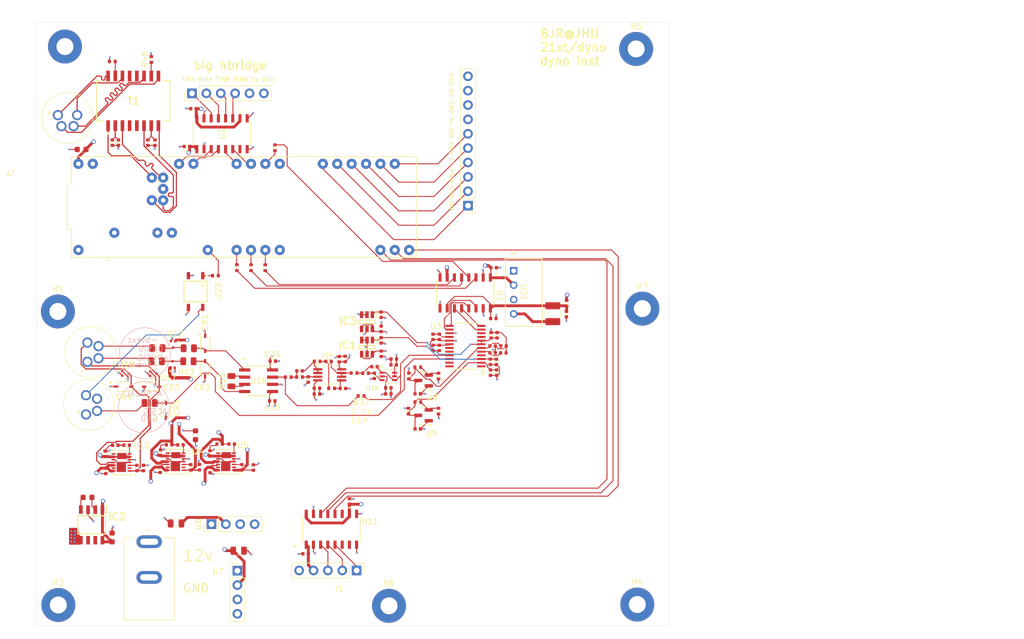
<source format=kicad_pcb>
(kicad_pcb (version 20240108) (generator "pcbnew") (generator_version "8.0")
  (layers (0 "F.Cu" signal) (1 "In1.Cu" signal) (2 "In2.Cu" signal) (31 "B.Cu" signal) (34 "B.Paste" user) (35 "F.Paste" user) (36 "B.SilkS" user "B.Silkscreen") (37 "F.SilkS" user "F.Silkscreen") (38 "B.Mask" user) (39 "F.Mask" user) (44 "Edge.Cuts" user))
  (net 0 "")
  (net 1 "3v3Teensy")
  (net 2 "GND2")
  (net 3 "5venc")
  (net 4 "3v3Ext")
  (net 5 "3V3Ext")
  (net 6 "-2v5ref")
  (net 7 "+2v5ref")
  (net 8 "+2v5adc")
  (net 9 "Net-(U3-REGCAPA)")
  (net 10 "Net-(U3-REGCAPD)")
  (net 11 "5vpwr")
  (net 12 "Net-(IC2-CAP-)")
  (net 13 "Net-(IC2-CAP+)")
  (net 14 "+5vref")
  (net 15 "Net-(U5-BYPP)")
  (net 16 "Net-(U5-OUTN)")
  (net 17 "-5vref")
  (net 18 "+12v")
  (net 19 "-12v")
  (net 20 "-2v5adc")
  (net 21 "+5vexc")
  (net 22 "Net-(U10-BYPP)")
  (net 23 "Net-(U10-OUTN)")
  (net 24 "-5vexc")
  (net 25 "Net-(U14A-+)")
  (net 26 "Net-(U14A--)")
  (net 27 "Net-(C42-Pad1)")
  (net 28 "Net-(U14B-+)")
  (net 29 "Net-(U14B--)")
  (net 30 "Net-(C48-Pad1)")
  (net 31 "Net-(U19-+)")
  (net 32 "Net-(C54-Pad1)")
  (net 33 "+DCSIG^")
  (net 34 "GND1")
  (net 35 "-DCSIG^")
  (net 36 "ACSIG^")
  (net 39 "ASCLK")
  (net 40 "Net-(U4-SCK)")
  (net 41 "!ACS")
  (net 42 "Net-(U4-CS1)")
  (net 43 "AMISO")
  (net 44 "Net-(U4-MISO)")
  (net 45 "AMOSI")
  (net 46 "Net-(U4-MOSI)")
  (net 47 "Net-(U8-REF)")
  (net 48 "Net-(U9-REF)")
  (net 49 "Net-(U12-C1{slash}A2)")
  (net 50 "+DCSIG")
  (net 51 "Net-(U13-C1{slash}A2)")
  (net 52 "-DCSIG")
  (net 53 "ACSIG")
  (net 54 "Net-(R41-Pad2)")
  (net 55 "shcalctrl")
  (net 56 "BOTINB5v")
  (net 57 "!BCS")
  (net 58 "BMISO")
  (net 59 "BMOSI")
  (net 60 "BSCLK")
  (net 61 "Benc1")
  (net 62 "Benc3")
  (net 63 "Benc2")
  (net 65 "Aenc2")
  (net 66 "Aenc3")
  (net 67 "Aenc1")
  (net 75 "CURRSNS")
  (net 76 "Net-(T1-RCT)")
  (net 77 "Net-(T1-TCT)")
  (net 78 "Net-(T1-RXCT)")
  (net 79 "Net-(T1-TXCT)")
  (net 80 "Rx+")
  (net 82 "Td-")
  (net 83 "Td+")
  (net 84 "PWM")
  (net 85 "Rd+")
  (net 89 "INB")
  (net 90 "INA")
  (net 91 "ENA")
  (net 92 "ENB")
  (net 93 "Tx+")
  (net 95 "Tx-")
  (net 102 "ACSHCAL")
  (net 103 "+5vcla")
  (net 104 "Net-(U24-BYPP)")
  (net 105 "Net-(U24-OUTN)")
  (net 106 "-5vcla")
  (net 110 "TOPINA5v")
  (net 111 "TOPINB5v")
  (net 112 "BOTINA5v")
  (net 113 "BOTINB3v3")
  (net 114 "TOPINA3v3")
  (net 115 "TOPINB3v3")
  (net 116 "BOTINA3v3")
  (net 117 "GND3")
  (net 118 "Net-(U21-+VOUT)")
  (net 120 "Rd-")
  (net 121 "Rx-")
  (net 125 "Net-(R16-Pad1)")
  (net 126 "Net-(R16-Pad2)")
  (net 127 "SE_DCSIG")
  (net 129 "SE_DCSIG_filt")
  (footprint "dynoinst_fp:SOT95P280X145-6N" (layer "F.Cu") (at 55.8875 45.325 -90)
    (property "Reference" "IC3")
    (property "Value" "MCP1502T-25E_CHY" (hide yes))
  )
  (footprint "dynoinst_fp:SOIC127P600X175-8N" (layer "F.Cu") (at 7.262141 81.219819 -90)
    (property "Reference" "IC2")
    (property "Value" "TC7660SEOA713" (hide yes))
  )
  (footprint "Capacitor_SMD:C_0402_1005Metric" (layer "F.Cu") (at 78.255 35.775 180)
    (property "Reference" "C2" (hide yes))
    (property "Value" "0.1uF")
  )
  (footprint "Resistor_SMD:R_0402_1005Metric" (layer "F.Cu") (at 37.909867 35.769573 -90)
    (property "Reference" "R3" (hide yes))
    (property "Value" "20" (hide yes))
  )
  (footprint "MountingHole:MountingHole_3mm_Pad" (layer "F.Cu") (at 103.425 -2.9)
    (property "Reference" "H5")
    (property "Value" "MountingHole_Pad")
  )
  (footprint "dynoinst_fp:MODULE_DEV-16771" (layer "F.Cu") (at 34.13 25.02)
    (property "Reference" "U4" (hide yes))
    (property "Value" "DEV-16771")
  )
  (footprint "Package_TO_SOT_SMD:SOT-23" (layer "F.Cu") (at 65.861253 55.698753 180)
    (property "Reference" "U8")
    (property "Value" "TL431DBZ")
  )
  (footprint "Resistor_SMD:R_0402_1005Metric" (layer "F.Cu") (at 63.28648 54.913329 -90)
    (property "Reference" "R5" (hide yes))
    (property "Value" "500")
  )
  (footprint "MountingHole:MountingHole_3mm_Pad" (layer "F.Cu") (at 1.375 95.375)
    (property "Reference" "H2")
    (property "Value" "MountingHole_Pad")
  )
  (footprint "Capacitor_SMD:C_0402_1005Metric" (layer "F.Cu") (at 15.259155 71.172041 90)
    (property "Reference" "C36" (hide yes))
    (property "Value" "0.01uf")
  )
  (footprint "Connector_PinHeader_2.54mm:PinHeader_1x06_P2.54mm_Vertical" (layer "F.Cu") (at 24.98 4.945 90)
    (property "Reference" "J5" (hide yes))
    (property "Value" "Conn_01x06")
  )
  (footprint "Capacitor_SMD:C_0402_1005Metric" (layer "F.Cu") (at 58.3875 44.075 90)
    (property "Reference" "C28" (hide yes))
    (property "Value" "1uF")
  )
  (footprint "Capacitor_SMD:C_0402_1005Metric" (layer "F.Cu") (at 49.094158 52.322745)
    (property "Reference" "C48" (hide yes))
    (property "Value" "1.5nF")
  )
  (footprint "Capacitor_SMD:C_0402_1005Metric" (layer "F.Cu") (at 24.092279 14.337972)
    (property "Reference" "C25" (hide yes))
    (property "Value" "0.1uF")
  )
  (footprint "Capacitor_SMD:C_0402_1005Metric" (layer "F.Cu") (at 10.917279 13.662972 -90)
    (property "Reference" "C91" (hide yes))
    (property "Value" "0.1uF")
  )
  (footprint "dynoinst_fp:DFN14_DE14MA_ADI" (layer "F.Cu") (at 22.09205 70.046357 180)
    (property "Reference" "U24")
    (property "Value" "LT3032IDE-5-TRPBF")
  )
  (footprint "Resistor_SMD:R_0402_1005Metric" (layer "F.Cu") (at 68.518216 61.107517 -90)
    (property "Reference" "R10" (hide yes))
    (property "Value" "100")
  )
  (footprint "Capacitor_SMD:C_0805_2012Metric" (layer "F.Cu") (at 33.21705 85.781357 180)
    (property "Reference" "C87" (hide yes))
    (property "Value" "100uF")
  )
  (footprint "Capacitor_SMD:C_0402_1005Metric" (layer "F.Cu") (at 24.771725 71.050153 90)
    (property "Reference" "C80" (hide yes))
    (property "Value" "0.01uf")
  )
  (footprint "Capacitor_SMD:C_0402_1005Metric" (layer "F.Cu") (at 9.640437 68.66744 90)
    (property "Reference" "C39" (hide yes))
    (property "Value" "10uF")
  )
  (footprint "Capacitor_SMD:C_0402_1005Metric" (layer "F.Cu") (at 77.694735 54.30593 90)
    (property "Reference" "C7" (hide yes))
    (property "Value" "10uF")
  )
  (footprint "Capacitor_SMD:C_0402_1005Metric" (layer "F.Cu") (at 52.775 77.075 -90)
    (property "Reference" "C1" (hide yes))
    (property "Value" "0.1uF")
  )
  (footprint "Resistor_SMD:R_0805_2012Metric" (layer "F.Cu") (at 18.859057 49.989398)
    (property "Reference" "R13" (hide yes))
    (property "Value" "7.5")
  )
  (footprint "Capacitor_SMD:C_0603_1608Metric" (layer "F.Cu") (at 5.492279 14.862972)
    (property "Reference" "C16" (hide yes))
    (property "Value" "100uF")
  )
  (footprint "Capacitor_SMD:C_0402_1005Metric" (layer "F.Cu") (at 45.05 86.325)
    (property "Reference" "C3" (hide yes))
    (property "Value" "0.1uF")
  )
  (footprint "Capacitor_SMD:C_0402_1005Metric" (layer "F.Cu") (at 60.602491 52.938978 180)
    (property "Reference" "C75" (hide yes))
    (property "Value" "0.1uF")
  )
  (footprint "Capacitor_SMD:C_0402_1005Metric" (layer "F.Cu") (at 35.818826 71.078133 -90)
    (property "Reference" "C19" (hide yes))
    (property "Value" "0.01uf")
  )
  (footprint "dynoinst_fp:DIODE_CDSOD323-T36SC_BRN" (layer "F.Cu") (at 27.292479 53.605314 90)
    (property "Reference" "CR2")
    (property "Value" "CDSOD323-T36SC")
  )
  (footprint "21xt_footprints:749013011" (layer "F.Cu") (at 14.607279 6.272972)
    (property "Reference" "T1")
    (property "Value" "749013011" (hide yes))
  )
  (footprint "Capacitor_SMD:C_0402_1005Metric" (layer "F.Cu") (at 59.658497 58.077779)
    (property "Reference" "C78" (hide yes))
    (property "Value" "10uF")
  )
  (footprint "dynoinst_fp:SOIC254P610X218-4N" (layer "F.Cu") (at 25.62 39.975 -90)
    (property "Reference" "U23")
    (property "Value" "CPC1017N")
  )
  (footprint "Capacitor_SMD:C_0402_1005Metric" (layer "F.Cu") (at 9.763669 71.671357 90)
    (property "Reference" "C40" (hide yes))
    (property "Value" "10uF")
  )
  (footprint "peripheralio:CONN_T4041017041-000_TEC" (layer "F.Cu") (at 6.770799 59.999978 -90)
    (property "Reference" "J3" (hide yes))
    (property "Value" "Conn_01x03")
  )
  (footprint "Connector_PinHeader_2.54mm:PinHeader_1x04_P2.54mm_Vertical" (layer "F.Cu") (at 28.42205 81.098857 90)
    (property "Reference" "U6")
    (property "Value" "1S4E_1.5U")
  )
  (footprint "Capacitor_SMD:C_0402_1005Metric" (layer "F.Cu") (at 19.354955 71.481451 90)
    (property "Reference" "C84" (hide yes))
    (property "Value" "10uF")
  )
  (footprint "Capacitor_SMD:C_0402_1005Metric" (layer "F.Cu") (at 29.870364 66.932208)
    (property "Reference" "C22" (hide yes))
    (property "Value" "0.01uf")
  )
  (footprint "Resistor_SMD:R_0402_1005Metric" (layer "F.Cu") (at 47.089688 52.325611)
    (property "Reference" "R23" (hide yes))
    (property "Value" "6.34k")
  )
  (footprint "dynoinst_fp:SIP4_CME0303_MUR" (layer "F.Cu") (at 81.797721 36.312028 -90)
    (property "Reference" "U21")
    (property "Value" "CME0303S3C")
  )
  (footprint "Capacitor_SMD:C_0402_1005Metric" (layer "F.Cu") (at 19.41971 68.447028 90)
    (property "Reference" "C83" (hide yes))
    (property "Value" "10uF")
  )
  (footprint "Resistor_SMD:R_0805_2012Metric" (layer "F.Cu") (at 24.41788 50.004538)
    (property "Reference" "R21" (hide yes))
    (property "Value" "30")
  )
  (footprint "dynoinst_fp:21-0041_S16&plus_1_MXM_1" (layer "F.Cu") (at 73.235 40.224752 -90)
    (property "Reference" "U1")
    (property "Value" "MAX14931FASE+")
  )
  (footprint "dynoinst_fp:21-0041_S16&plus_1_MXM" (layer "F.Cu") (at 30.277279 12.087724 90)
    (property "Reference" "U2")
    (property "Value" "MAX14930FASE+")
  )
  (footprint "MountingHole:MountingHole_3mm_Pad" (layer "F.Cu") (at 104.525 43)
    (property "Reference" "H7")
    (property "Value" "MountingHole_Pad")
  )
  (footprint "Capacitor_SMD:C_0402_1005Metric" (layer "F.Cu") (at 57.17728 54.885566 -90)
    (property "Reference" "C53" (hide yes))
    (property "Value" "1.3nF")
  )
  (footprint "Capacitor_SMD:C_0402_1005Metric" (layer "F.Cu") (at 77.807277 47.705665 -90)
    (property "Reference" "C14" (hide yes))
    (property "Value" "0.1uF")
  )
  (footprint "Inductor_SMD:L_1210_3225Metric" (layer "F.Cu") (at 88.700721 43.897028 90)
    (property "Reference" "L1" (hide yes))
    (property "Value" "10uH")
  )
  (footprint "MountingHole:MountingHole_3mm_Pad" (layer "F.Cu") (at 2.55 -3.325)
    (property "Reference" "H3" (hide yes))
    (property "Value" "MountingHole_Pad")
  )
  (footprint "Capacitor_SMD:C_0402_1005Metric" (layer "F.Cu") (at 22.955683 67.078856)
    (property "Reference" "C81" (hide yes))
    (property "Value" "0.01uf")
  )
  (footprint "dynoinst_fp:KS-6_ADI" (layer "F.Cu") (at 59.66375 54.975001)
    (property "Reference" "U19")
    (property "Value" "ADA4807-1")
  )
  (footprint "Capacitor_SMD:C_0402_1005Metric" (layer "F.Cu") (at 91.100721 43.972028 -90)
    (property "Reference" "C33" (hide yes))
    (property "Value" "4.7uF")
  )
  (footprint "Capacitor_SMD:C_0402_1005Metric" (layer "F.Cu") (at 45.506751 55.522605 -90)
    (property "Reference" "C41" (hide yes))
    (property "Value" "150pF")
  )
  (footprint "Package_TO_SOT_SMD:SOT-723" (layer "F.Cu") (at 21.540992 52.873482 90)
    (property "Reference" "U13")
    (property "Value" "1SS362FV_L3F")
  )
  (footprint "Package_SO:MSOP-8_3x3mm_P0.65mm" (layer "F.Cu") (at 49.316139 54.7054)
    (property "Reference" "U14")
    (property "Value" "ADA4807-2ARM")
  )
  (footprint "Capacitor_SMD:C_0402_1005Metric" (layer "F.Cu") (at 68.650316 47.97836 -90)
    (property "Reference" "C5" (hide yes))
    (property "Value" "10uF")
  )
  (footprint "Capacitor_SMD:C_0402_1005Metric" (layer "F.Cu") (at 68.654691 49.940583 90)
    (property "Reference" "C17" (hide yes))
    (property "Value" "1uF")
  )
  (footprint "Capacitor_SMD:C_0402_1005Metric" (layer "F.Cu") (at 59.656202 56.990776)
    (property "Reference" "C77" (hide yes))
    (property "Value" "0.1uF")
  )
  (footprint "Resistor_SMD:R_0402_1005Metric" (layer "F.Cu") (at 49.640995 57.085258)
    (property "Reference" "R26" (hide yes))
    (property "Value" "14k" (hide yes))
  )
  (footprint "Capacitor_SMD:C_0402_1005Metric" (layer "F.Cu") (at 67.558153 49.937994 90)
    (property "Reference" "C15" (hide yes))
    (property "Value" "0.1uF")
  )
  (footprint "Capacitor_SMD:C_0402_1005Metric" (layer "F.Cu") (at 78.072721 49.602028 180)
    (property "Reference" "C86" (hide yes))
    (property "Value" "0.1uF")
  )
  (footprint "Resistor_SMD:R_0402_1005Metric" (layer "F.Cu") (at 32.909867 35.749573 -90)
    (property "Reference" "R2" (hide yes))
    (property "Value" "20")
  )
  (footprint "Capacitor_SMD:C_0402_1005Metric" (layer "F.Cu") (at 78.205 44.75 180)
    (property "Reference" "C31" (hide yes))
    (property "Value" "0.1uF")
  )
  (footprint "Capacitor_SMD:C_0402_1005Metric" (layer "F.Cu") (at 52.03616 51.895602 90)
    (property "Reference" "C57" (hide yes))
    (property "Value" "10uF")
  )
  (footprint "Resistor_SMD:R_0402_1005Metric" (layer "F.Cu") (at 41.98402 55.111745)
    (property "Reference" "R11" (hide yes))
    (property "Value" "2.26k")
  )
  (footprint "Capacitor_SMD:C_0805_2012Metric" (layer "F.Cu") (at 22.16705 80.971357)
    (property "Reference" "C69" (hide yes))
    (property "Value" "100uF")
  )
  (footprint "Capacitor_SMD:C_0402_1005Metric" (layer "F.Cu") (at 20.946416 67.069116)
    (property "Reference" "C82" (hide yes))
    (property "Value" "0.01uf")
  )
  (footprint "Capacitor_SMD:C_0402_1005Metric" (layer "F.Cu") (at 28.18862 71.526355 90)
    (property "Reference" "C27" (hide yes))
    (property "Value" "10uF")
  )
  (footprint "Resistor_SMD:R_0402_1005Metric" (layer "F.Cu") (at 53.610428 54.383576)
    (property "Reference" "R29" (hide yes))
    (property "Value" "953")
  )
  (footprint "Capacitor_SMD:C_0402_1005Metric" (layer "F.Cu") (at 39.156202 59.318157 180)
    (property "Reference" "C45")
    (property "Value" "0.1uF")
  )
  (footprint "dynoinst_fp:DIODE_CDSOD323-T36SC_BRN" (layer "F.Cu") (at 20.367482 61.005603 90)
    (property "Reference" "CR5")
    (property "Value" "CDSOD323-T36SC" (hide yes))
  )
  (footprint "Capacitor_SMD:C_0402_1005Metric" (layer "F.Cu") (at 50.980054 51.93332 90)
    (property "Reference" "C58" (hide yes))
    (property "Value" "0.1uF")
  )
  (footprint "dynoinst_fp:DIODE_CDSOD323-T36SC_BRN" (layer "F.Cu") (at 12.924674 56.774798)
    (property "Reference" "CR4")
    (property "Value" "CDSOD323-T36SC" (hide yes))
  )
  (footprint "Capacitor_SMD:C_0402_1005Metric" (layer "F.Cu") (at 47.048242 57.061451)
    (property "Reference" "C61" (hide yes))
    (property "Value" "10uF")
  )
  (footprint "Connector_PinHeader_2.54mm:PinHeader_1x10_P2.54mm_Vertical" (layer "F.Cu") (at 73.725 24.795 180)
    (property "Reference" "J2" (hide yes))
    (property "Value" "Conn_01x10")
  )
  (footprint "Resistor_SMD:R_0402_1005Metric" (layer "F.Cu") (at 35.409867 35.759573 -90)
    (property "Reference" "R4" (hide yes))
    (property "Value" "20")
  )
  (footprint "Resistor_SMD:R_0402_1005Metric" (layer "F.Cu") (at 64.861647 53.351851)
    (property "Reference" "R7" (hide yes))
    (property "Value" "45k")
  )
  (footprint "Resistor_SMD:R_0805_2012Metric" (layer "F.Cu") (at 31.951202 55.830657 90)
    (property "Reference" "R16")
    (property "Value" "24.3")
  )
  (footprint "dynoinst_fp:DIODE_CDSOD323-T36SC_BRN" (layer "F.Cu") (at 27.320614 49.132275 -90)
    (property "Reference" "CR1")
    (property "Value" "CDSOD323-T36SC")
  )
  (footprint "Capacitor_SMD:C_0402_1005Metric" (layer "F.Cu") (at 33.800105 71.031686 90)
    (property "Reference" "C20" (hide yes))
    (property "Value" "0.01uf")
  )
  (footprint "Capacitor_SMD:C_0402_1005Metric" (layer "F.Cu") (at 16.409492 71.173782 -90)
    (property "Reference" "C35" (hide yes))
    (property "Value" "0.01uf")
  )
  (footprint "peripheralio:CONN_T4041017041-000_TEC" (layer "F.Cu") (at 7.020799 50.699978 -90)
    (property "Reference" "J6" (hide yes))
    (property "Value" "Conn_01x04")
  )
  (footprint "Resistor_SMD:R_0805_2012Metric" (layer "F.Cu") (at 17.52 59.675)
    (property "Reference" "R40" (hide yes))
    (property "Value" "30")
  )
  (footprint "Capacitor_SMD:C_0402_1005Metric" (layer "F.Cu") (at 77.656356 52.402028 90)
    (property "Reference" "C8" (hide yes))
    (property "Value" "10uF")
  )
  (footprint "Capacitor_SMD:C_0402_1005Metric" (layer "F.Cu") (at 80.002721 49.602028 180)
    (property "Reference" "C85" (hide yes))
    (property "Value" "1uF")
  )
  (footprint "Capacitor_SMD:C_0402_1005Metric" (layer "F.Cu") (at 78.86945 47.70178 -90)
    (property "Reference" "C9" (hide yes))
    (property "Value" "1uF")
  )
  (footprint "Capacitor_SMD:C_0402_1005Metric" (layer "F.Cu") (at 51.642757 57.103884)
    (property "Reference" "C47" (hide yes))
    (property "Value" "10uF")
  )
  (footprint "Capacitor_SMD:C_0402_1005Metric" (layer "F.Cu") (at 64.848703 58.057679 180)
    (property "Reference" "C29" (hide yes))
    (property "Value" "0.1uf")
  )
  (footprint "MountingHole:MountingHole_3mm_Pad" (layer "F.Cu") (at 1.3 43.5)
    (property "Reference" "H1")
    (property "Value" "MountingHole_Pad")
  )
  (footprint "Capacitor_SMD:C_0402_1005Metric" (layer "F.Cu") (at 67.547401 47.985464 -90)
    (property "Reference" "C6" (hide yes))
    (property "Value" "0.1uF")
  )
  (footprint "Capacitor_SMD:C_0402_1005Metric" (layer "F.Cu") (at 78.797721 54.307028 90)
    (property "Reference" "C10" (hide yes))
    (property "Value" "0.1uF")
  )
  (footprint "Capacitor_SMD:C_0402_1005Metric" (layer "F.Cu") (at 60.628768 51.910322 180)
    (property "Reference" "C76" (hide yes))
    (property "Value" "10uF")
  )
  (footprint "MountingHole:MountingHole_3mm_Pad" (layer "F.Cu") (at 59.775 95.525)
    (property "Reference" "H6")
    (property "Value" "MountingHole_Pad")
  )
  (footprint "Resistor_SMD:R_0402_1005Metric" (layer "F.Cu") (at 68.525 54.920593 -90)
    (property "Reference" "R9" (hide yes))
    (property "Value" "100")
  )
  (footprint "Capacitor_SMD:C_0402_1005Metric" (layer "F.Cu") (at 11.992279 13.657972 -90)
    (property "Reference" "C92" (hide yes))
    (property "Value" "0.1uF")
  )
  (footprint "Resistor_SMD:R_0402_1005Metric" (layer "F.Cu") (at 91.147721 42.052028 -90)
    (property "Reference" "R39" (hide yes))
    (property "Value" "100")
  )
  (footprint "Capacitor_SMD:C_0402_1005Metric" (layer "F.Cu") (at 58.375 48.6 90)
    (property "Reference" "C23" (hide yes))
    (property "Value" "1uF")
  )
  (footprint "Connector_PinHeader_2.54mm:PinHeader_1x05_P2.54mm_Vertical" (layer "F.Cu") (at 54.065 89.275 -90)
    (property "Reference" "J1")
    (property "Value" "Conn_01x05")
  )
  (footprint "Package_TO_SOT_SMD:SOT-723" (layer "F.Cu") (at 18.17 54.5)
    (property "Reference" "U17")
    (property "Value" "1SS362FV_L3F" (hide yes))
  )
  (footprint "Capacitor_SMD:C_0603_1608Metric" (layer "F.Cu") (at 25.6 65.375 -90)
    (property "Reference" "C88" (hide yes))
    (property "Value" "1uF")
  )
  (footprint "Resistor_SMD:R_0402_1005Metric" (layer "F.Cu") (at 54.847721 58.427028 180)
    (property "Reference" "R37")
    (property "Value" "0")
  )
  (footprint "Resistor_SMD:R_0402_1005Metric" (layer "F.Cu") (at 17.792279 -1.037028 90)
    (property "Reference" "R46")
    (property "Value" "52.5" (hide yes))
  )
  (footprint "Capacitor_SMD:C_0402_1005Metric" (layer "F.Cu") (at 13.440034 67.13205)
    (property "Reference" "C37" (hide yes))
    (property "Value" "0.01uf")
  )
  (footprint "Capacitor_SMD:C_0402_1005Metric" (layer "F.Cu") (at 43.979738 54.003526)
    (property "Reference" "C42" (hide yes))
    (property "Value" "1.5nF")
  )
  (footprint "Capacitor_SMD:C_0402_1005Metric" (layer "F.Cu") (at 79.972721 50.827028)
    (property "Reference" "C13" (hide yes))
    (property "Value" "0.1uF")
  )
  (footprint "Capacitor_SMD:C_0402_1005Metric" (layer "F.Cu") (at 39.256202 52.268157)
    (property "Reference" "C34")
    (property "Value" "0.1uF")
  )
  (footprint "Resistor_SMD:R_0805_2012Metric" (layer "F.Cu") (at 18.750443 52.305465)
    (property "Reference" "R14" (hide yes))
    (property "Value" "7.5")
  )
  (footprint "peripheralio:CONN_T4041017041-000_TEC" (layer "F.Cu") (at 3 9.3 180)
    (property "Reference" "J7")
    (property "Value" "Conn_01x04")
  )
  (footprint "dynoinst_fp:DIODE_CDSOD323-T36SC_BRN" (layer "F.Cu") (at 17.87 56.8)
    (property "Reference" "CR3")
    (property "Value" "CDSOD323-T36SC" (hide yes))
  )
  (footprint "dynoinst_fp:CUI_PJ-037A" (layer "F.Cu") (at 17.41705 84.2 -90)
    (property "Reference" "J4" (hide yes))
    (property "Value" "Barrel_Jack")
  )
  (footprint "Capacitor_SMD:C_0402_1005Metric" (layer "F.Cu") (at 58.3875 46.575 -90)
    (property "Reference" "C32" (hide yes))
    (property "Value" "0.1uf")
  )
  (footprint "Resistor_SMD:R_0402_1005Metric" (layer "F.Cu") (at 63.21031 61.115834 -90)
    (property "Reference" "R6" (hide yes))
    (property "Value" "500")
  )
  (footprint "Capacitor_SMD:C_0402_1005Metric" (layer "F.Cu") (at 18.442279 13.667972 -90)
    (property "Reference" "C94" (hide yes))
    (property "Value" "0.1uF")
  )
  (footprint "dynoinst_fp:21-0041_S16&plus_1_MXM" (layer "F.Cu") (at 49.605 81.999752 90)
    (property "Reference" "U11")
    (property "Value" "MAX14930FASE+")
  )
  (footprint "Resistor_SMD:R_0402_1005Metric" (layer "F.Cu") (at 39.63 14.57 -90)
    (property "Reference" "R1" (hide yes))
    (property "Value" "20")
  )
  (footprint "dynoinst_fp:R_8_ADI" (layer "F.Cu") (at 36.751202 55.743157)
    (property "Reference" "U16")
    (property "Value" "AD8429ARZ-R7")
  )
  (footprint "Capacitor_SMD:C_0402_1005Metric" (layer "F.Cu") (at 11.442107 67.149658)
    (property "Reference" "C38" (hide yes))
    (property "Value" "0.01uf")
  )
  (footprint "dynoinst_fp:DFN14_DE14MA_ADI" (layer "F.Cu") (at 30.99205 70.046355 180)
    (property "Reference" "U5")
    (property "Value" "LT3032IDE-5-TRPBF")
  )
  (footprint "Capacitor_SMD:C_0402_1005Metric" (layer "F.Cu") (at 64.852661 64.26058 180)
    (property "Reference" "C30" (hide yes))
    (property "Value" "0.1uf")
  )
  (footprint "Capacitor_SMD:C_0402_1005Metric" (layer "F.Cu") (at 31.997855 66.936847)
    (property "Reference" "C21" (hide yes))
    (property "Value" "0.01uf")
  )
  (footprint "Capacitor_SMD:C_0402_1005Metric" (layer "F.Cu") (at 58.4 50.975 90)
    (property "Reference" "C24" (hide yes))
    (property "Value" "0.1uf")
  )
  (footprint "dynoinst_fp:DFN14_DE14MA_ADI" (layer "F.Cu") (at 12.54705 70.191357 180)
    (property "Reference" "U10")
    (property "Value" "LT3032IDE-5-TRPBF")
  )
  (footprint "Capacitor_SMD:C_0603_1608Metric" (layer "F.Cu") (at 10.871357 83.443493 -90)
    (property "Reference" "C70" (hide yes))
    (property "Value" "10uF")
  )
  (footprint "dynoinst_fp:RU_24_ADI" (layer "F.Cu") (at 73.272721 49.627028 180)
    (property "Reference" "U3")
    (property "Value" "AD7175-2BRUZ")
  )
  (footprint "Capacitor_SMD:C_0402_1005Metric" (layer "F.Cu") (at 78.075123 50.818904)
    (property "Reference" "C12" (hide yes))
    (property "Value" "1uF")
  )
  (footprint "Package_TO_SOT_SMD:SOT-23" (layer "F.Cu") (at 65.854125 61.862269 180)
    (property "Reference" "U9")
    (property "Value" "TL431DBZ" (hide yes))
  )
  (footprint "Connector_PinHeader_2.54mm:PinHeader_1x04_P2.54mm_Vertical" (layer "F.Cu") (at 33 89.32)
    (property "Reference" "U7")
    (property "Value" "1S4E_1.5U")
  )
  (footprint "Capacitor_SMD:C_0603_1608Metric" (layer "F.Cu") (at 6.531223 76.354188 180)
    (property "Reference" "C18" (hide yes))
    (property "Value" "10uF")
  )
  (footprint "Resistor_SMD:R_0402_1005Metric" (layer "F.Cu") (at 55.643317 54.410009)
    (property "Reference" "R30" (hide yes))
    (property "Value" "2.1k")
  )
  (footprint "Resistor_SMD:R_0402_1005Metric" (layer "F.Cu") (at 43.972974 55.090358)
    (property "Reference" "R12" (hide yes))
    (property "Value" "4.02k")
  )
  (footprint "Resistor_SMD:R_0402_1005Metric" (layer "F.Cu") (at 64.875 59.5)
    (property "Reference" "R8" (hide yes))
    (property "Value" "45k")
  )
  (footprint "Package_TO_SOT_SMD:SOT-723" (layer "F.Cu") (at 13.2575 54.45)
    (property "Reference" "U18")
    (property "Value" "1SS362FV_L3F" (hide yes))
  )
  (footprint "Resistor_SMD:R_0805_2012Metric" (layer "F.Cu") (at 24.350643 52.306216)
    (property "Reference" "R22" (hide yes))
    (property "Value" "30")
  )
  (footprint "Package_TO_SOT_SMD:SOT-723" (layer "F.Cu") (at 21.642036 49.305125 -90)
    (property "Reference" "U12")
    (property "Value" "1SS362FV_L3F")
  )
  (footprint "Capacitor_SMD:C_0402_1005Metric" (layer "F.Cu") (at 28.14144 68.586784 90)
    (property "Reference" "C26" (hide yes))
    (property "Value" "10uF")
  )
  (footprint "Capacitor_SMD:C_0402_1005Metric" (layer "F.Cu") (at 47.04742 58.090134)
    (property "Reference" "C63" (hide yes))
    (property "Value" "0.1uF" (hide yes))
  )
  (footprint "Capacitor_SMD:C_0402_1005Metric" (layer "F.Cu") (at 57.217453 53.264846)
    (property "Reference" "C54" (hide yes))
    (property "Value" "2.4nF")
  )
  (footprint "Resistor_SMD:R_0402_1005Metric" (layer "F.Cu") (at 29.115 37.175 180)
    (property "Reference" "R41" (hide yes))
    (property "Value" "330")
  )
  (footprint "dynoinst_fp:SOT95P280X145-6N" (layer "F.Cu") (at 55.9 49.8 -90)
    (property "Reference" "IC1")
    (property "Value" "MCP1502T-25E_CHY" (hide yes))
  )
  (footprint "Resistor_SMD:R_0402_1005Metric" (layer "F.Cu") (at 10.907279 -0.687028 180)
    (property "Reference" "R45" (hide yes))
    (property "Value" "52.5")
  )
  (footprint "Capacitor_SMD:C_0402_1005Metric" (layer "F.Cu") (at 26.29205 71.021357 -90)
    (property "Reference" "C79" (hide yes))
    (property "Value" "0.01uf")
  )
  (footprint "Capacitor_SMD:C_0402_1005Metric" (layer "F.Cu") (at 25.242279 7.662972)
    (property "Reference" "C4" (hide yes))
    (property "Value" "0.1uF")
  )
  (footprint "Capacitor_SMD:C_0402_1005Metric" (layer "F.Cu") (at 78.734669 52.407612 90)
    (property "Reference" "C11" (hide yes))
    (property "Value" "0.1uF")
  )
  (footprint "Capacitor_SMD:C_0402_1005Metric" (layer "F.Cu") (at 17.192279 13.667972 -90)
    (property "Reference" "C93" (hide yes))
    (property "Value" "0.1uF")
  )
  (footprint "MountingHole:MountingHole_3mm_Pad" (layer "F.Cu") (at 103.625 95.3)
    (property "Reference" "H4")
    (property "Value" "MountingHole_Pad")
  )
  (gr_circle (center 16.67 50.889421) (end 21.184421 50.889421) (stroke (width 0.1)) (fill none) (layer "B.SilkS"))
  (gr_circle (center 16.495 60.435579) (end 21.009421 60.435579) (stroke (width 0.1)) (fill none) (layer "B.SilkS"))
  (gr_line (start 109.22 99.06) (end -2.54 99.06) (stroke (width 0.05)) (layer "Edge.Cuts"))
  (gr_line (start -2.54 99.06) (end -2.54 -7.62) (stroke (width 0.05)) (layer "Edge.Cuts"))
  (gr_line (start 109.22 -7.62) (end 109.22 99.06) (stroke (width 0.05)) (layer "Edge.Cuts"))
  (gr_line (start -2.54 -7.62) (end 109.22 -7.62) (stroke (width 0.05)) (layer "Edge.Cuts"))
  (gr_text "ACSHCAL" (at 19.795 58.6 0) (layer "B.SilkS") (effects (font (size 1 1) (thickness 0.1)) (justify left bottom mirror)))
  (gr_text "+5vexc" (at 19.184421 53.464421 0) (layer "B.SilkS") (effects (font (size 1 1) (thickness 0.1)) (justify left bottom mirror)))
  (gr_text "-DCSIG" (at 21.209421 50.689421 0) (layer "B.SilkS") (effects (font (size 1 1) (thickness 0.1)) (justify left bottom mirror)))
  (gr_text "GND" (at 19.009421 63.010579 0) (layer "B.SilkS") (effects (font (size 1 1) (thickness 0.1)) (justify left bottom mirror)))
  (gr_text "ACSIG" (at 20.695 61.8 0) (layer "B.SilkS") (effects (font (size 1 1) (thickness 0.1)) (justify left bottom mirror)))
  (gr_text "-5vexc" (at 19.034421 49.089421 0) (layer "B.SilkS") (effects (font (size 1 1) (thickness 0.1)) (justify left bottom mirror)))
  (gr_text "NC" (at 20.545 60.25 0) (layer "B.SilkS") (effects (font (size 1 1) (thickness 0.1)) (justify left bottom mirror)))
  (gr_text "+DCSIG" (at 21.109421 52.264421 0) (layer "B.SilkS") (effects (font (size 1 1) (thickness 0.1)) (justify left bottom mirror)))
  (gr_text "0 Ohm\nDNP" (at 53.025 63.425 0) (layer "F.SilkS") (effects (font (size 1 1) (thickness 0.1)) (justify left bottom)))
  (gr_text "12v" (at 23.225 87.85 0) (layer "F.SilkS") (effects (font (size 2 2) (thickness 0.2)) (justify left bottom)))
  (gr_text "TINA BINA TINB BINB 5v GND" (at 23.067279 2.912972 0) (layer "F.SilkS") (effects (font (size 0.75 0.75) (thickness 0.125) (bold yes)) (justify left bottom)))
  (gr_text "big hbridge" (at 25.067279 0.862972 0) (layer "F.SilkS") (effects (font (size 1.5 1.5) (thickness 0.3) (bold yes)) (justify left bottom)))
  (gr_text "GND" (at 23.275 93.275 0) (layer "F.SilkS") (effects (font (size 1.5 1.5) (thickness 0.2)) (justify left bottom)))
  (gr_text "GND NC GND 5v INB ENB CS PWM ENA INA" (at 70.35 1.225 -90) (layer "F.SilkS") (effects (font (size 0.75 0.75) (thickness 0.125) (bold yes)) (justify left bottom)))
  (gr_text "BJR@JHU\n21xt/dyno\ndyno inst" (at 86.3 0.1 0) (layer "F.SilkS") (effects (font (size 1.5 1.5) (thickness 0.3) (bold yes)) (justify left bottom)))
  (segment (start 70.022721 35.702028) (end 70.022721 37.498375) (width 0.5) (layer "F.Cu") (net 1))
  (segment (start 46.025 80.875) (end 45.16 80.01) (width 0.5) (layer "F.Cu") (net 1))
  (segment (start 80.489068 37.543375) (end 81.797721 38.852028) (width 0.5) (layer "F.Cu") (net 1))
  (segment (start 76.747721 35.402028) (end 77.396622 35.402028) (width 0.5) (layer "F.Cu") (net 1))
  (segment (start 77.762721 37.468375) (end 77.687721 37.543375) (width 0.16) (layer "F.Cu") (net 1))
  (segment (start 25.357775 14.337972) (end 25.832279 14.812476) (width 0.5) (layer "F.Cu") (net 1))
  (segment (start 77.396622 35.402028) (end 77.762721 35.768127) (width 0.5) (layer "F.Cu") (net 1))
  (segment (start 24.572279 14.337972) (end 25.357775 14.337972) (width 0.5) (layer "F.Cu") (net 1))
  (segment (start 24.572279 15.257972) (end 24.392279 15.437972) (width 0.5) (layer "F.Cu") (net 1))
  (segment (start 77.762721 35.768127) (end 77.762721 37.468375) (width 0.16) (layer "F.Cu") (net 1))
  (segment (start 52.795 77.575) (end 52.775 77.555) (width 0.5) (layer "F.Cu") (net 1))
  (segment (start 52.78 79.275) (end 52.78 79.73915) (width 0.5) (layer "F.Cu") (net 1))
  (segment (start 24.572279 14.337972) (end 24.572279 15.257972) (width 0.5) (layer "F.Cu") (net 1))
  (segment (start 52.775 79.27) (end 52.78 79.275) (width 0.5) (layer "F.Cu") (net 1))
  (segment (start 51.64415 80.875) (end 46.025 80.875) (width 0.5) (layer "F.Cu") (net 1))
  (segment (start 52.775 77.555) (end 52.775 79.27) (width 0.5) (layer "F.Cu") (net 1))
  (segment (start 52.78 79.73915) (end 51.64415 80.875) (width 0.5) (layer "F.Cu") (net 1))
  (segment (start 54.85 77.575) (end 52.795 77.575) (width 0.5) (layer "F.Cu") (net 1))
  (segment (start 77.687721 37.543375) (end 80.489068 37.543375) (width 0.5) (layer "F.Cu") (net 1))
  (segment (start 45.16 80.01) (end 45.16 79.275) (width 0.5) (layer "F.Cu") (net 1))
  (via (at 54.85 77.575) (size 0.75) (drill 0.5) (layers "F.Cu" "B.Cu") (net 1))
  (via (at 76.747721 35.402028) (size 0.75) (drill 0.5) (layers "F.Cu" "B.Cu") (net 1))
  (via (at 70.022721 35.702028) (size 0.75) (drill 0.5) (layers "F.Cu" "B.Cu") (net 1))
  (via (at 24.392279 15.437972) (size 0.75) (drill 0.5) (layers "F.Cu" "B.Cu") (net 1))
  (segment (start 54.05 84.724504) (end 54.05 86.1) (width 0.16) (layer "F.Cu") (net 2))
  (segment (start 54.05 86.1) (end 54.1 86.15) (width 0.16) (layer "F.Cu") (net 2))
  (segment (start 46.43 84.724504) (end 46.43 85.98) (width 0.16) (layer "F.Cu") (net 2))
  (segment (start 44.57 86.325) (end 43.85 86.325) (width 0.16) (layer "F.Cu") (net 2))
  (segment (start 46.43 85.98) (end 46.725 86.275) (width 0.16) (layer "F.Cu") (net 2))
  (segment (start 43.85 86.325) (end 43.8 86.375) (width 0.16) (layer "F.Cu") (net 2))
  (via (at 43.8 86.375) (size 0.35) (drill 0.15) (layers "F.Cu" "B.Cu") (net 2))
  (via (at 54.1 86.15) (size 0.35) (drill 0.15) (layers "F.Cu" "B.Cu") (net 2))
  (via (at 46.725 86.275) (size 0.35) (drill 0.15) (layers "F.Cu" "B.Cu") (net 2))
  (segment (start 45.53 85.094504) (end 45.16 84.724504) (width 0.5) (layer "F.Cu") (net 3))
  (segment (start 46.445 89.275) (end 45.53 88.36) (width 0.5) (layer "F.Cu") (net 3))
  (segment (start 45.53 86.325) (end 45.53 85.094504) (width 0.5) (layer "F.Cu") (net 3))
  (segment (start 45.53 88.36) (end 45.53 86.325) (width 0.5) (layer "F.Cu") (net 3))
  (segment (start 88.700721 42.497028) (end 78.183572 42.497028) (width 0.5) (layer "F.Cu") (net 4))
  (segment (start 88.700721 42.497028) (end 91.082721 42.497028) (width 0.5) (layer "F.Cu") (net 4))
  (segment (start 71.349749 40.85) (end 76.345693 40.85) (width 0.16) (layer "F.Cu") (net 4))
  (segment (start 70.067721 42.992879) (end 70.067721 42.132028) (width 0.16) (layer "F.Cu") (net 4))
  (segment (start 70.067721 42.132028) (end 71.349749 40.85) (width 0.16) (layer "F.Cu") (net 4))
  (segment (start 91.147721 43.445028) (end 91.100721 43.492028) (width 0.5) (layer "F.Cu") (net 4))
  (segment (start 76.345693 40.85) (end 77.687721 42.192028) (width 0.16) (layer "F.Cu") (net 4))
  (segment (start 77.742721 44.768127) (end 77.742721 43.047879) (width 0.16) (layer "F.Cu") (net 4))
  (segment (start 77.742721 43.047879) (end 77.687721 42.992879) (width 0.16) (layer "F.Cu") (net 4))
  (segment (start 91.082721 42.497028) (end 91.147721 42.562028) (width 0.5) (layer "F.Cu") (net 4))
  (segment (start 91.147721 42.562028) (end 91.147721 43.445028) (width 0.5) (layer "F.Cu") (net 4))
  (segment (start 77.687721 42.192028) (end 77.687721 42.992879) (width 0.16) (layer "F.Cu") (net 4))
  (segment (start 78.183572 42.497028) (end 77.687721 42.992879) (width 0.5) (layer "F.Cu") (net 4))
  (segment (start 68.650316 47.49836) (end 69.153983 48.002027) (width 0.16) (layer "F.Cu") (net 5))
  (segment (start 68.650316 47.49836) (end 67.554505 47.49836) (width 0.16) (layer "F.Cu") (net 5))
  (segment (start 67.554505 47.49836) (end 67.547401 47.505464) (width 0.16) (layer "F.Cu") (net 5))
  (segment (start 69.153983 48.002027) (end 70.453321 48.002027) (width 0.16) (layer "F.Cu") (net 5))
  (segment (start 78.797721 53.827028) (end 77.695833 53.827028) (width 0.16) (layer "F.Cu") (net 6))
  (segment (start 64.365 59.5) (end 64.855 59.01) (width 0.16) (layer "F.Cu") (net 6))
  (segment (start 64.372661 64.26058) (end 64.372661 62.406233) (width 0.16) (layer "F.Cu") (net 6))
  (segment (start 73.797972 52.552028) (end 76.092121 52.552028) (width 0.16) (layer "F.Cu") (net 6))
  (segment (start 63.21031 61.360912) (end 63.21031 61.625834) (width 0.16) (layer "F.Cu") (net 6))
  (segment (start 77.176356 53.307551) (end 77.694735 53.82593) (width 0.16) (layer "F.Cu") (net 6))
  (segment (start 64.365 59.5) (end 64.365 60.206222) (width 0.16) (layer "F.Cu") (net 6))
  (segment (start 64.855 59.01) (end 67.34 59.01) (width 0.16) (layer "F.Cu") (net 6))
  (segment (start 76.696522 52.552028) (end 77.176356 53.031862) (width 0.16) (layer "F.Cu") (net 6))
  (segment (start 77.176356 53.031862) (end 77.176356 53.307551) (width 0.16) (layer "F.Cu") (net 6))
  (segment (start 76.092121 52.552028) (end 76.696522 52.552028) (width 0.16) (layer "F.Cu") (net 6))
  (segment (start 67.34 59.01) (end 73.797972 52.552028) (width 0.16) (layer "F.Cu") (net 6))
  (segment (start 63.446745 61.862269) (end 63.21031 61.625834) (width 0.16) (layer "F.Cu") (net 6))
  (segment (start 77.695833 53.827028) (end 77.694735 53.82593) (width 0.16) (layer "F.Cu") (net 6))
  (segment (start 64.365 60.206222) (end 63.21031 61.360912) (width 0.16) (layer "F.Cu") (net 6))
  (segment (start 64.372661 62.406233) (end 64.916625 61.862269) (width 0.16) (layer "F.Cu") (net 6))
  (segment (start 64.916625 61.862269) (end 63.446745 61.862269) (width 0.16) (layer "F.Cu") (net 6))
  (segment (start 76.092121 51.90203) (end 77.636358 51.90203) (width 0.16) (layer "F.Cu") (net 7))
  (segment (start 57.945 48.55) (end 58.375 48.12) (width 0.16) (layer "F.Cu") (net 7))
  (segment (start 56.85 48.55) (end 57.945 48.55) (width 0.16) (layer "F.Cu") (net 7))
  (segment (start 76.092121 51.90203) (end 74.822719 51.90203) (width 0.16) (layer "F.Cu") (net 7))
  (segment (start 77.636358 51.90203) (end 77.656356 51.922028) (width 0.16) (layer "F.Cu") (net 7))
  (segment (start 64.7 49.65) (end 63.17 48.12) (width 0.16) (layer "F.Cu") (net 7))
  (segment (start 63.17 48.12) (end 58.375 48.12) (width 0.16) (layer "F.Cu") (net 7))
  (segment (start 77.656356 51.922028) (end 78.729085 51.922028) (width 0.16) (layer "F.Cu") (net 7))
  (segment (start 78.729085 51.922028) (end 78.734669 51.927612) (width 0.16) (layer "F.Cu") (net 7))
  (segment (start 74.822719 51.90203) (end 74.772721 51.952028) (width 0.16) (layer "F.Cu") (net 7))
  (segment (start 66.475 49.65) (end 64.7 49.65) (width 0.16) (layer "F.Cu") (net 7))
  (via (at 74.772721 51.952028) (size 0.35) (drill 0.15) (layers "F.Cu" "B.Cu") (net 7))
  (via (at 66.475 49.65) (size 0.35) (drill 0.15) (layers "F.Cu" "B.Cu") (net 7))
  (segment (start 68.777028 51.952028) (end 74.772721 51.952028) (width 0.16) (layer "B.Cu") (net 7))
  (segment (start 66.475 49.65) (end 68.777028 51.952028) (width 0.16) (layer "B.Cu") (net 7))
  (segment (start 77.807277 48.185665) (end 77.340913 48.652029) (width 0.16) (layer "F.Cu") (net 8))
  (segment (start 77.811162 48.18178) (end 77.807277 48.185665) (width 0.16) (layer "F.Cu") (net 8))
  (segment (start 64.725 49) (end 59.32 43.595) (width 0.16) (layer "F.Cu") (net 8))
  (segment (start 58.3875 43.595) (end 57.3175 43.595) (width 0.16) (layer "F.Cu") (net 8))
  (segment (start 66.5 49) (end 64.725 49) (width 0.16) (layer "F.Cu") (net 8))
  (segment (start 74.19797 49.30203) (end 76.092121 49.30203) (width 0.16) (layer "F.Cu") (net 8))
  (segment (start 74.15 49.35) (end 74.19797 49.30203) (width 0.16) (layer "F.Cu") (net 8))
  (segment (start 59.32 43.595) (end 58.3875 43.595) (width 0.16) (layer "F.Cu") (net 8))
  (segment (start 57.3175 43.595) (end 56.8375 44.075) (width 0.16) (layer "F.Cu") (net 8))
  (segment (start 77.340913 48.652029) (end 76.092121 48.652029) (width 0.16) (layer "F.Cu") (net 8))
  (segment (start 76.092121 48.652029) (end 76.092121 49.30203) (width 0.16) (layer "F.Cu") (net 8))
  (segment (start 78.86945 48.18178) (end 77.811162 48.18178) (width 0.16) (layer "F.Cu") (net 8))
  (via (at 66.5 49) (size 0.35) (drill 0.15) (layers "F.Cu" "B.Cu") (net 8))
  (via (at 74.15 49.35) (size 0.35) (drill 0.15) (layers "F.Cu" "B.Cu") (net 8))
  (segment (start 68.575 51.075) (end 72.425 51.075) (width 0.16) (layer "B.Cu") (net 8))
  (segment (start 66.5 49) (end 68.575 51.075) (width 0.16) (layer "B.Cu") (net 8))
  (segment (start 72.425 51.075) (end 74.15 49.35) (width 0.16) (layer "B.Cu") (net 8))
  (segment (start 77.595123 50.818904) (end 77.378249 50.60203) (width 0.16) (layer "F.Cu") (net 9))
  (segment (start 79.492721 50.827028) (end 79.020845 51.298904) (width 0.16) (layer "F.Cu") (net 9))
  (segment (start 77.378249 50.60203) (end 76.092121 50.60203) (width 0.16) (layer "F.Cu") (net 9))
  (segment (start 78.075123 51.298904) (end 77.595123 50.818904) (width 0.16) (layer "F.Cu") (net 9))
  (segment (start 79.020845 51.298904) (end 78.075123 51.298904) (width 0.16) (layer "F.Cu") (net 9))
  (segment (start 68.654691 49.460583) (end 70.294765 49.460583) (width 0.16) (layer "F.Cu") (net 10))
  (segment (start 70.294765 49.460583) (end 70.453321 49.302027) (width 0.16) (layer "F.Cu") (net 10))
  (segment (start 67.558153 49.457994) (end 68.652102 49.457994) (width 0.16) (layer "F.Cu") (net 10))
  (segment (start 68.652102 49.457994) (end 68.654691 49.460583) (width 0.16) (layer "F.Cu") (net 10))
  (segment (start 25.735 9.234148) (end 25.735 7.645) (width 0.5) (layer "F.Cu") (net 11))
  (segment (start 26.592279 10.912972) (end 25.86 10.180693) (width 0.5) (layer "F.Cu") (net 11))
  (segment (start 25.86 9.359148) (end 25.735 9.234148) (width 0.5) (layer "F.Cu") (net 11))
  (segment (start 25.78 7.69) (end 26.615 7.69) (width 0.5) (layer "F.Cu") (net 11))
  (segment (start 4.92 17.4) (end 4.92 16.210251) (width 0.5) (layer "F.Cu") (net 11))
  (segment (start 4.92 16.210251) (end 6.267279 14.862972) (width 0.5) (layer "F.Cu") (net 11))
  (segment (start 25.735 7.645) (end 25.78 7.69) (width 0.5) (layer "F.Cu") (net 11))
  (segment (start 7.592279 13.487972) (end 6.267279 14.812972) (width 0.5) (layer "F.Cu") (net 11))
  (segment (start 33.48 9.823298) (end 32.390326 10.912972) (width 0.5) (layer "F.Cu") (net 11))
  (segment (start 33.48 9.359148) (end 33.48 9.823298) (width 0.5) (layer "F.Cu") (net 11))
  (segment (start 32.390326 10.912972) (end 26.592279 10.912972) (width 0.5) (layer "F.Cu") (net 11))
  (segment (start 6.267279 14.812972) (end 6.267279 14.862972) (width 0.5) (layer "F.Cu") (net 11))
  (segment (start 25.86 10.180693) (end 25.86 9.359148) (width 0.5) (layer "F.Cu") (net 11))
  (via (at 26.615 7.69) (size 0.75) (drill 0.5) (layers "F.Cu" "B.Cu") (net 11))
  (via (at 7.592279 13.487972) (size 0.75) (drill 0.5) (layers "F.Cu" "B.Cu") (net 11))
  (segment (start 5.357141 78.519819) (end 5.357141 76.75327) (width 0.16) (layer "F.Cu") (net 12))
  (segment (start 5.357141 76.75327) (end 5.756223 76.354188) (width 0.16) (layer "F.Cu") (net 12))
  (segment (start 7.306223 76.354188) (end 7.306223 77.928901) (width 0.16) (layer "F.Cu") (net 13))
  (segment (start 7.306223 77.928901) (end 7.897141 78.519819) (width 0.16) (layer "F.Cu") (net 13))
  (segment (start 54.9375 46.275) (end 55.4125 45.8) (width 0.16) (layer "F.Cu") (net 14))
  (segment (start 34.75 70.594495) (end 33.79814 71.546355) (width 0.5) (layer "F.Cu") (net 14))
  (segment (start 60.775 54.325002) (end 60.775 53.246469) (width 0.16) (layer "F.Cu") (net 14))
  (segment (start 50.980054 52.41332) (end 50.980054 53.281815) (width 0.16) (layer "F.Cu") (net 14))
  (segment (start 61.082491 51.936599) (end 61.108768 51.910322) (width 0.16) (layer "F.Cu") (net 14))
  (segment (start 56.35 51.85) (end 55.45 51.85) (width 0.16) (layer "F.Cu") (net 14))
  (segment (start 34.75 67.925) (end 34.75 70.594495) (width 0.5) (layer "F.Cu") (net 14))
  (segment (start 59.35 47.225) (end 59.18 47.055) (width 0.16) (layer "F.Cu") (net 14))
  (segment (start 35.772379 71.511686) (end 35.818826 71.558133) (width 0.16) (layer "F.Cu") (net 14))
  (segment (start 59.2 50.475) (end 59.18 50.495) (width 0.16) (layer "F.Cu") (net 14))
  (segment (start 54.95 51.35) (end 54.95 51.05) (width 0.16) (layer "F.Cu") (net 14))
  (segment (start 38.776202 52.268157) (end 38.776202 51.743157) (width 0.16) (layer "F.Cu") (net 14))
  (segment (start 56.85 51.05) (end 56.85 51.35) (width 0.16) (layer "F.Cu") (net 14))
  (segment (start 61.082491 52.938978) (end 61.082491 51.936599) (width 0.16) (layer "F.Cu") (net 14))
  (segment (start 50.980054 53.281815) (end 51.428639 53.7304) (width 0.16) (layer "F.Cu") (net 14))
  (segment (start 61.108768 51.20046) (end 61.093317 51.185009) (width 0.16) (layer "F.Cu") (net 14))
  (segment (start 33.800105 71.511686) (end 35.772379 71.511686) (width 0.16) (layer "F.Cu") (net 14))
  (segment (start 58.3875 47.055) (end 57.3175 47.055) (width 0.16) (layer "F.Cu") (net 14))
  (segment (start 55.45 51.85) (end 54.95 51.35) (width 0.16) (layer "F.Cu") (net 14))
  (segment (start 59.18 47.055) (end 58.3875 47.055) (width 0.16) (layer "F.Cu") (net 14))
  (segment (start 52.825 51.275) (end 52.825 51.586762) (width 0.16) (layer "F.Cu") (net 14))
  (segment (start 55.4125 45.8) (end 56.7875 45.8) (width 0.16) (layer "F.Cu") (net 14))
  (segment (start 61.108768 51.910322) (end 61.108768 51.20046) (width 0.16) (layer "F.Cu") (net 14))
  (segment (start 52.03616 52.375602) (end 51.017772 52.375602) (width 0.16) (layer "F.Cu") (net 14))
  (segment (start 38.776202 53.399357) (end 39.215002 53.838157) (width 0.16) (layer "F.Cu") (net 14))
  (segment (start 51.017772 52.375602) (end 50.980054 52.41332) (width 0.16) (layer "F.Cu") (net 14))
  (segment (start 59.18 50.495) (end 57.405 50.495) (width 0.16) (layer "F.Cu") (net 14))
  (segment (start 56.85 51.35) (end 56.35 51.85) (width 0.16) (layer "F.Cu") (net 14))
  (segment (start 56.8375 45.85) (end 56.8375 46.575) (width 0.16) (layer "F.Cu") (net 14))
  (segment (start 52.825 51.586762) (end 52.03616 52.375602) (width 0.16) (layer "F.Cu") (net 14))
  (segment (start 56.7875 45.8) (end 56.8375 45.85) (width 0.16) (layer "F.Cu") (net 14))
  (segment (start 57.3175 47.055) (end 56.8375 46.575) (width 0.16) (layer "F.Cu") (net 14))
  (segment (start 38.776202 52.268157) (end 38.776202 53.399357) (width 0.16) (layer "F.Cu") (net 14))
  (segment (start 60.775 53.246469) (end 61.082491 52.938978) (width 0.16) (layer "F.Cu") (net 14))
  (segment (start 57.405 50.495) (end 56.85 51.05) (width 0.16) (layer "F.Cu") (net 14))
  (segment (start 38.776202 51.743157) (end 39.076202 51.443157) (width 0.16) (layer "F.Cu") (net 14))
  (segment (start 33.79814 71.546355) (end 32.39205 71.546355) (width 0.5) (layer "F.Cu") (net 14))
  (segment (start 54.9375 46.575) (end 54.9375 46.275) (width 0.16) (layer "F.Cu") (net 14))
  (segment (start 60.775 54.975001) (end 60.775 54.325002) (width 0.16) (layer "F.Cu") (net 14))
  (via (at 59.35 47.225) (size 0.35) (drill 0.15) (layers "F.Cu" "B.Cu") (net 14))
  (via (at 34.75 67.925) (size 0.75) (drill 0.5) (layers "F.Cu" "B.Cu") (net 14))
  (via (at 61.093317 51.185009) (size 0.35) (drill 0.15) (layers "F.Cu" "B.Cu") (net 14))
  (via (at 59.2 50.475) (size 0.35) (drill 0.15) (layers "F.Cu" "B.Cu") (net 14))
  (via (at 52.825 51.275) (size 0.35) (drill 0.15) (layers "F.Cu" "B.Cu") (net 14))
  (via (at 39.076202 51.443157) (size 0.35) (drill 0.15) (layers "F.Cu" "B.Cu") (net 14))
  (segment (start 32.39205 70.546354) (end 33.794773 70.546354) (width 0.16) (layer "F.Cu") (net 15))
  (segment (start 33.794773 70.546354) (end 33.800105 70.551686) (width 0.16) (layer "F.Cu") (net 15))
  (segment (start 32.39205 68.546355) (end 32.39205 67.022652) (width 0.16) (layer "F.Cu") (net 16))
  (segment (start 32.39205 67.022652) (end 32.477855 66.936847) (width 0.16) (layer "F.Cu") (net 16))
  (segment (start 30.350364 66.932208) (end 31.513216 66.932208) (width 0.16) (layer "F.Cu") (net 17))
  (segment (start 63.21031 60.605834) (end 62.53519 60.605834) (width 0.16) (layer "F.Cu") (net 17))
  (segment (start 46.56742 58.090134) (end 46.56742 58.784375) (width 0.16) (layer "F.Cu") (net 17))
  (segment (start 59.422942 55.746417) (end 59.176202 55.993157) (width 0.16) (layer "F.Cu") (net 17))
  (segment (start 38.676202 58.186957) (end 39.215002 57.648157) (width 0.16) (layer "F.Cu") (net 17))
  (segment (start 38.676202 59.318157) (end 38.676202 58.186957) (width 0.16) (layer "F.Cu") (net 17))
  (segment (start 63.275 54.391849) (end 63.28648 54.403329) (width 0.16) (layer "F.Cu") (net 17))
  (segment (start 59.178497 56.993071) (end 59.176202 56.990776) (width 0.16) (layer "F.Cu") (net 17))
  (segment (start 62.53519 60.605834) (end 62.516625 60.587269) (width 0.16) (layer "F.Cu") (net 17))
  (segment (start 28.84205 70.046355) (end 28.687048 70.201357) (width 0.5) (layer "F.Cu") (net 17))
  (segment (start 30.350364 65.525364) (end 30.350364 66.932208) (width 0.5) (layer "F.Cu") (net 17))
  (segment (start 26.61705 69.471357) (end 27.34705 70.201357) (width 0.5) (layer "F.Cu") (net 17))
  (segment (start 46.56742 57.062273) (end 46.568242 57.061451) (width 0.16) (layer "F.Cu") (net 17))
  (segment (start 59.178497 58.077779) (end 58.625547 58.077779) (width 0.16) (layer "F.Cu") (net 17))
  (segment (start 59.364624 54.975001) (end 59.422942 55.033319) (width 0.16) (layer "F.Cu") (net 17))
  (segment (start 47.203639 55.6804) (end 46.568242 56.315797) (width 0.16) (layer "F.Cu") (net 17))
  (segment (start 59.178497 58.077779) (end 59.178497 56.993071) (width 0.16) (layer "F.Cu") (net 17))
  (segment (start 28.806782 70.081623) (end 28.806782 70.046355) (width 0.16) (layer "F.Cu") (net 17))
  (segment (start 29.7 64.875) (end 30.350364 65.525364) (width 0.5) (layer "F.Cu") (net 17))
  (segment (start 29.76705 66.096357) (end 28.678877 66.096357) (width 0.5) (layer "F.Cu") (net 17))
  (segment (start 59.422942 55.033319) (end 59.422942 55.746417) (width 0.16) (layer "F.Cu") (net 17))
  (segment (start 46.568242 56.315797) (end 46.568242 57.061451) (width 0.16) (layer "F.Cu") (net 17))
  (segment (start 46.56742 58.090134) (end 46.56742 57.062273) (width 0.16) (layer "F.Cu") (net 17))
  (segment (start 63.275 53.575) (end 63.275 54.391849) (width 0.16) (layer "F.Cu") (net 17))
  (segment (start 38.676202 60.043157) (end 38.526202 60.193157) (width 0.16) (layer "F.Cu") (net 17))
  (segment (start 27.34705 70.201357) (end 28.687048 70.201357) (width 0.5) (layer "F.Cu") (net 17))
  (segment (start 31.513216 66.932208) (end 31.517855 66.936847) (width 0.16) (layer "F.Cu") (net 17))
  (segment (start 38.676202 59.318157) (end 38.676202 60.043157) (width 0.16) (layer "F.Cu") (net 17))
  (segment (start 58.625547 58.077779) (end 58.493317 58.210009) (width 0.16) (layer "F.Cu") (net 17))
  (segment (start 28.687048 70.201357) (end 28.806782 70.081623) (width 0.16) (layer "F.Cu") (net 17))
  (segment (start 59.176202 55.993157) (end 59.176202 56.990776) (width 0.16) (layer "F.Cu") (net 17))
  (segment (start 46.56742 58.784375) (end 46.901202 59.118157) (width 0.16) (layer "F.Cu") (net 17))
  (segment (start 28.678877 66.096357) (end 26.61705 68.158184) (width 0.5) (layer "F.Cu") (net 17))
  (segment (start 58.5525 54.975001) (end 59.364624 54.975001) (width 0.16) (layer "F.Cu") (net 17))
  (segment (start 29.59205 70.046355) (end 28.84205 70.046355) (width 0.5) (layer "F.Cu") (net 17))
  (segment (start 26.61705 68.158184) (end 26.61705 69.471357) (width 0.5) (layer "F.Cu") (net 17))
  (segment (start 30.350364 66.679671) (end 30.350364 66.932208) (width 0.5) (layer "F.Cu") (net 17))
  (segment (start 29.76705 66.096357) (end 30.350364 66.679671) (width 0.5) (layer "F.Cu") (net 17))
  (via (at 63.275 53.575) (size 0.35) (drill 0.15) (layers "F.Cu" "B.Cu") (net 17))
  (via (at 38.526202 60.193157) (size 0.35) (drill 0.15) (layers "F.Cu" "B.Cu") (net 17))
  (via (at 62.516625 60.587269) (size 0.35) (drill 0.15) (layers "F.Cu" "B.Cu") (net 17))
  (via (at 29.7 64.875) (size 0.75) (drill 0.5) (layers "F.Cu" "B.Cu") (net 17))
  (via (at 58.493317 58.210009) (size 0.35) (drill 0.15) (layers "F.Cu" "B.Cu") (net 17))
  (via (at 46.901202 59.118157) (size 0.35) (drill 0.15) (layers "F.Cu" "B.Cu") (net 17))
  (segment (start 17.697721 71.702028) (end 17.697721 73.527028) (width 0.5) (layer "F.Cu") (net 18))
  (segment (start 10.073668 71.191357) (end 10.573668 71.691357) (width 0.5) (layer "F.Cu") (net 18))
  (segment (start 10.871357 84.218493) (end 9.465815 84.218493) (width 0.5) (layer "F.Cu") (net 18))
  (segment (start 8.097721 72.013855) (end 8.920219 71.191357) (width 0.5) (layer "F.Cu") (net 18))
  (segment (start 19.664954 71.001451) (end 20.20986 71.546357) (width 0.5) (layer "F.Cu") (net 18))
  (segment (start 19.810047 70.546359) (end 19.354955 71.001451) (width 0.2) (layer "F.Cu") (net 18))
  (segment (start 27.728394 71.046355) (end 28.18862 71.046355) (width 0.5) (layer "F.Cu") (net 18))
  (segment (start 10.263667 70.691359) (end 11.14705 70.691359) (width 0.5) (layer "F.Cu") (net 18))
  (segment (start 8.097721 72.052028) (end 8.097721 72.013855) (width 0.5) (layer "F.Cu") (net 18))
  (segment (start 9.763669 71.191357) (end 10.073668 71.191357) (width 0.5) (layer "F.Cu") (net 18))
  (segment (start 9.167141 77.107608) (end 9.272721 77.002028) (width 0.5) (layer "F.Cu") (net 18))
  (segment (start 23.11705 80.971357) (end 24.17955 79.908857) (width 0.5) (layer "F.Cu") (net 18))
  (segment (start 9.465815 84.218493) (end 9.167141 83.919819) (width 0.5) (layer "F.Cu") (net 18))
  (segment (start 20.69205 70.546359) (end 19.810047 70.546359) (width 0.2) (layer "F.Cu") (net 18))
  (segment (start 34.19 90.67) (end 34.19 87.704307) (width 0.5) (layer "F.Cu") (net 18))
  (segment (start 28.998619 71.546355) (end 29.59205 71.546355) (width 0.5) (layer "F.Cu") (net 18))
  (segment (start 30.936357 85.781357) (end 30.725 85.57) (width 0.5) (layer "F.Cu") (net 18))
  (segment (start 34.19 87.704307) (end 32.26705 85.781357) (width 0.5) (layer "F.Cu") (net 18))
  (segment (start 28.18862 71.046355) (end 28.498619 71.046355) (width 0.5) (layer "F.Cu") (net 18))
  (segment (start 27.297721 71.477028) (end 27.297721 73.652028) (width 0.5) (layer "F.Cu") (net 18))
  (segment (start 28.18862 71.046355) (end 28.513618 70.721357) (width 0.2) (layer "F.Cu") (net 18))
  (segment (start 19.354955 71.001451) (end 19.664954 71.001451) (width 0.5) (layer "F.Cu") (net 18))
  (segment (start 9.763669 71.191357) (end 10.263667 70.691359) (width 0.5) (layer "F.Cu") (net 18))
  (segment (start 33 91.86) (end 34.19 90.67) (width 0.5) (layer "F.Cu") (net 18))
  (segment (start 27.297721 73.652028) (end 27.047721 73.902028) (width 0.5) (layer "F.Cu") (net 18))
  (segment (start 29.77205 79.908857) (end 30.96205 81.098857) (width 0.5) (layer "F.Cu") (net 18))
  (segment (start 18.398298 71.001451) (end 19.354955 71.001451) (width 0.5) (layer "F.Cu") (net 18))
  (segment (start 20.20986 71.546357) (end 20.69205 71.546357) (width 0.5) (layer "F.Cu") (net 18))
  (segment (start 9.167141 82.514277) (end 9.167141 78.519819) (width 0.5) (layer "F.Cu") (net 18))
  (segment (start 24.17955 79.908857) (end 29.77205 79.908857) (width 0.5) (layer "F.Cu") (net 18))
  (segment (start 8.920219 71.191357) (end 9.763669 71.191357) (width 0.5) (layer "F.Cu") (net 18))
  (segment (start 28.498619 71.046355) (end 28.998619 71.546355) (width 0.5) (layer "F.Cu") (net 18))
  (segment (start 29.41705 70.721357) (end 29.59205 70.546357) (width 0.2) (layer "F.Cu") (net 18))
  (segment (start 32.26705 85.781357) (end 30.936357 85.781357) (width 0.5) (layer "F.Cu") (net 18))
  (segment (start 27.297721 71.477028) (end 27.728394 71.046355) (width 0.5) (layer "F.Cu") (net 18))
  (segment (start 10.573668 71.691357) (end 11.14705 71.691357) (width 0.5) (layer "F.Cu") (net 18))
  (segment (start 9.167141 78.519819) (end 9.167141 77.107608) (width 0.5) (layer "F.Cu") (net 18))
  (segment (start 17.697721 71.702028) (end 18.398298 71.001451) (width 0.5) (layer "F.Cu") (net 18))
  (segment (start 28.513618 70.721357) (end 29.41705 70.721357) (width 0.2) (layer "F.Cu") (net 18))
  (segment (start 10.871357 84.218493) (end 9.167141 82.514277) (width 0.5) (layer "F.Cu") (net 18))
  (via (at 27.047721 73.902028) (size 0.75) (drill 0.5) (layers "F.Cu" "B.Cu") (net 18))
  (via (at 8.097721 72.052028) (size 0.75) (drill 0.5) (layers "F.Cu" "B.Cu") (net 18))
  (via (at 17.697721 73.527028) (size 0.75) (drill 0.5) (layers "F.Cu" "B.Cu") (net 18))
  (via (at 30.725 85.57) (size 0.75) (drill 0.5) (layers "F.Cu" "B.Cu") (net 18))
  (via (at 9.272721 77.002028) (size 0.75) (drill 0.5) (layers "F.Cu" "B.Cu") (net 18))
  (segment (start 9.640437 69.14744) (end 10.247534 69.14744) (width 0.5) (layer "F.Cu") (net 19))
  (segment (start 18.61705 68.571357) (end 18.972721 68.927028) (width 0.5) (layer "F.Cu") (net 19))
  (segment (start 10.247534 69.14744) (end 10.29145 69.191356) (width 0.5) (layer "F.Cu") (net 19))
  (segment (start 31.182049 69.046354) (end 32.39205 69.046354) (width 0.5) (layer "F.Cu") (net 19))
  (segment (start 28.14144 69.066784) (end 29.59382 69.066784) (width 0.5) (layer "F.Cu") (net 19))
  (segment (start 18.972721 68.927028) (end 19.41971 68.927028) (width 0.5) (layer "F.Cu") (net 19))
  (segment (start 8.74705 68.891357) (end 9.003133 69.14744) (width 0.5) (layer "F.Cu") (net 19))
  (segment (start 27.41705 68.796357) (end 27.838309 68.796357) (width 0.5) (layer "F.Cu") (net 19))
  (segment (start 9.003133 69.14744) (end 9.640437 69.14744) (width 0.5) (layer "F.Cu") (net 19))
  (segment (start 30.89127 69.047135) (end 31.03705 68.901355) (width 0.5) (layer "F.Cu") (net 19))
  (segment (start 22.282049 69.046356) (end 23.49205 69.046356) (width 0.5) (layer "F.Cu") (net 19))
  (segment (start 22.13705 68.901357) (end 22.282049 69.046356) (width 0.5) (layer "F.Cu") (net 19))
  (segment (start 31.03705 68.901355) (end 31.182049 69.046354) (width 0.5) (layer "F.Cu") (net 19))
  (segment (start 12.737049 69.191356) (end 12.59205 69.046357) (width 0.5) (layer "F.Cu") (net 19))
  (segment (start 19.41971 68.927028) (end 19.539038 69.046356) (width 0.5) (layer "F.Cu") (net 19))
  (segment (start 13.94705 69.191356) (end 12.737049 69.191356) (width 0.5) (layer "F.Cu") (net 19))
  (segment (start 19.539038 69.046356) (end 20.71425 69.046356) (width 0.5) (layer "F.Cu") (net 19))
  (segment (start 28.108736 69.066784) (end 28.14144 69.066784) (width 0.5) (layer "F.Cu") (net 19))
  (segment (start 27.838309 68.796357) (end 28.108736 69.066784) (width 0.5) (layer "F.Cu") (net 19))
  (segment (start 29.58842 69.047135) (end 30.89127 69.047135) (width 0.5) (layer "F.Cu") (net 19))
  (segment (start 29.59382 69.066784) (end 29.61425 69.046354) (width 0.5) (layer "F.Cu") (net 19))
  (segment (start 10.29145 69.191356) (end 11.16925 69.191356) (width 0.5) (layer "F.Cu") (net 19))
  (via (at 18.61705 68.571357) (size 0.75) (drill 0.5) (layers "F.Cu" "B.Cu") (net 19))
  (via (at 8.74705 68.891357) (size 0.75) (drill 0.5) (layers "F.Cu" "B.Cu") (net 19))
  (via (at 4.297721 82.977028) (size 0.35) (drill 0.15) (layers "F.Cu" "B.Cu") (net 19))
  (via (at 3.672721 82.352028) (size 0.35) (drill 0.15) (layers "F.Cu" "B.Cu") (net 19))
  (via (at 3.672721 83.502028) (size 0.35) (drill 0.15) (layers "F.Cu" "B.Cu") (net 19))
  (via (at 4.272721 83.577028) (size 0.35) (drill 0.15) (layers "F.Cu" "B.Cu") (net 19))
  (via (at 4.322721 82.352028) (size 0.35) (drill 0.15) (layers "F.Cu" "B.Cu") (net 19))
  (via (at 3.697721 82.952028) (size 0.35) (drill 0.15) (layers "F.Cu" "B.Cu") (net 19))
  (via (at 27.41705 68.796357) (size 0.75) (drill 0.5) (layers "F.Cu" "B.Cu") (net 19))
  (via (at 4.247721 84.152028) (size 0.35) (drill 0.15) (layers "F.Cu" "B.Cu") (net 19))
  (via (at 3.672721 84.127028) (size 0.35) (drill 0.15) (layers "F.Cu" "B.Cu") (net 19))
  (segment (start 66.954459 55.454459) (end 68.225 56.725) (width 0.16) (layer "F.Cu") (net 20))
  (segment (start 64.351647 53.351851) (end 64.351647 53.495853) (width 0.16) (layer "F.Cu") (net 20))
  (segment (start 64.351647 53.495853) (end 66.310253 55.454459) (width 0.16) (layer "F.Cu") (net 20))
  (segment (start 77.592721 49.602028) (end 78.072721 49.122028) (width 0.16) (layer "F.Cu") (net 20))
  (segment (start 66.310253 55.454459) (end 66.954459 55.454459) (width 0.16) (layer "F.Cu") (net 20))
  (segment (start 77.24272 49.952029) (end 77.592721 49.602028) (width 0.16) (layer "F.Cu") (net 20))
  (segment (start 64.923753 55.698753) (end 63.561904 55.698753) (width 0.16) (layer "F.Cu") (net 20))
  (segment (start 76.092121 49.952029) (end 77.24272 49.952029) (width 0.16) (layer "F.Cu") (net 20))
  (segment (start 68.76035 56.725) (end 75.533321 49.952029) (width 0.16) (layer "F.Cu") (net 20))
  (segment (start 64.368703 56.253803) (end 64.923753 55.698753) (width 0.16) (layer "F.Cu") (net 20))
  (segment (start 64.368703 58.057679) (end 64.368703 56.253803) (width 0.16) (layer "F.Cu") (net 20))
  (segment (start 78.072721 49.122028) (end 79.042721 49.122028) (width 0.16) (layer "F.Cu") (net 20))
  (segment (start 64.351647 53.351851) (end 64.351647 54.358162) (width 0.16) (layer "F.Cu") (net 20))
  (segment (start 75.533321 49.952029) (end 76.092121 49.952029) (width 0.16) (layer "F.Cu") (net 20))
  (segment (start 68.225 56.725) (end 68.76035 56.725) (width 0.16) (layer "F.Cu") (net 20))
  (segment (start 64.351647 54.358162) (end 63.28648 55.423329) (width 0.16) (layer "F.Cu") (net 20))
  (segment (start 79.042721 49.122028) (end 79.522721 49.602028) (width 0.16) (layer "F.Cu") (net 20))
  (segment (start 13.94705 71.691357) (end 15.219839 71.691357) (width 0.2) (layer "F.Cu") (net 21))
  (segment (start 15.84205 65.93295) (end 17.62 64.155) (width 0.2) (layer "F.Cu") (net 21))
  (segment (start 16.409492 71.653782) (end 16.093791 71.653782) (width 0.2) (layer "F.Cu") (net 21))
  (segment (start 15.259155 71.652041) (end 16.09205 71.652041) (width 0.2) (layer "F.Cu") (net 21))
  (segment (start 16.093791 71.653782) (end 16.09205 71.652041) (width 0.2) (layer "F.Cu") (net 21))
  (segment (start 19.19715 54.95215) (end 19.19715 56.8) (width 0.2) (layer "F.Cu") (net 21))
  (segment (start 17.62 59.14582) (end 19.19715 57.56867) (width 0.2) (layer "F.Cu") (net 21))
  (segment (start 18.745 54.5) (end 18.690798 54.5) (width 0.2) (layer "F.Cu") (net 21))
  (segment (start 15.259155 71.652041) (end 15.84205 71.069146) (width 0.2) (layer "F.Cu") (net 21))
  (segment (start 17.62 64.155) (end 17.62 59.14582) (width 0.2) (layer "F.Cu") (net 21))
  (segment (start 7.245 53.125) (end 6.52 52.4) (width 0.2) (layer "F.Cu") (net 21))
  (segment (start 18.745 54.5) (end 19.19715 54.95215) (width 0.2) (layer "F.Cu") (net 21))
  (segment (start 15.219839 71.691357) (end 15.259155 71.652041) (width 0.2) (layer "F.Cu") (net 21))
  (segment (start 15.84205 71.069146) (end 15.84205 65.93295) (width 0.2) (layer "F.Cu") (net 21))
  (segment (start 19.19715 57.56867) (end 19.19715 56.8) (width 0.2) (layer "F.Cu") (net 21))
  (segment (start 17.315798 53.125) (end 7.245 53.125) (width 0.2) (layer "F.Cu") (net 21))
  (segment (start 18.690798 54.5) (end 17.315798 53.125) (width 0.2) (layer "F.Cu") (net 21))
  (segment (start 15.259155 70.692041) (end 13.947735 70.692041) (width 0.16) (layer "F.Cu") (net 22))
  (segment (start 13.947735 70.692041) (end 13.94705 70.691356) (width 0.16) (layer "F.Cu") (net 22))
  (segment (start 13.94705 68.691357) (end 13.94705 67.159066) (width 0.16) (layer "F.Cu") (net 23))
  (segment (start 13.94705 67.159066) (end 13.920034 67.13205) (width 0.16) (layer "F.Cu") (net 23))
  (segment (start 11.14705 70.191357) (end 10.141415 70.191357) (width 0.2) (layer "F.Cu") (net 24))
  (segment (start 11.621765 66.45) (end 14.545 66.45) (width 0.2) (layer "F.Cu") (net 24))
  (segment (start 5.42 50.099956) (end 6.52 48.999956) (width 0.2) (layer "F.Cu") (net 24))
  (segment (start 11.422107 66.649658) (end 11.621765 66.45) (width 0.2) (layer "F.Cu") (net 24))
  (segment (start 15.752026 58.275) (end 14.251824 56.774798) (width 0.2) (layer "F.Cu") (net 24))
  (segment (start 14.545 66.45) (end 17.33 63.665) (width 0.2) (layer "F.Cu") (net 24))
  (segment (start 10.141415 70.191357) (end 9.811415 70.521357) (width 0.2) (layer "F.Cu") (net 24))
  (segment (start 8.14705 69.851357) (end 8.14705 68.491357) (width 0.2) (layer "F.Cu") (net 24))
  (segment (start 17.33 63.665) (end 17.33 58.61) (width 0.2) (layer "F.Cu") (net 24))
  (segment (start 16.995 58.275) (end 15.752026 58.275) (width 0.2) (layer "F.Cu") (net 24))
  (segment (start 6.238507 53.66) (end 5.42 52.841493) (width 0.2) (layer "F.Cu") (net 24))
  (segment (start 13.0425 53.66) (end 6.238507 53.66) (width 0.2) (layer "F.Cu") (net 24))
  (segment (start 14.251824 54.869324) (end 13.8325 54.45) (width 0.2) (layer "F.Cu") (net 24))
  (segment (start 8.81705 70.521357) (end 8.14705 69.851357) (width 0.2) (layer "F.Cu") (net 24))
  (segment (start 12.942426 67.149658) (end 12.960034 67.13205) (width 0.2) (layer "F.Cu") (net 24))
  (segment (start 9.811415 70.521357) (end 8.81705 70.521357) (width 0.2) (layer "F.Cu") (net 24))
  (segment (start 13.8325 54.45) (end 13.0425 53.66) (width 0.2) (layer "F.Cu") (net 24))
  (segment (start 11.422107 66.649658) (end 11.922107 67.149658) (width 0.2) (layer "F.Cu") (net 24))
  (segment (start 8.14705 68.491357) (end 9.988749 66.649658) (width 0.2) (layer "F.Cu") (net 24))
  (segment (start 14.251824 56.774798) (end 14.251824 54.869324) (width 0.2) (layer "F.Cu") (net 24))
  (segment (start 5.42 52.841493) (end 5.42 50.099956) (width 0.2) (layer "F.Cu") (net 24))
  (segment (start 9.988749 66.649658) (end 11.422107 66.649658) (width 0.2) (layer "F.Cu") (net 24))
  (segment (start 11.922107 67.149658) (end 12.942426 67.149658) (width 0.2) (layer "F.Cu") (net 24))
  (segment (start 17.33 58.61) (end 16.995 58.275) (width 0.2) (layer "F.Cu") (net 24))
  (segment (start 47.191434 55.042605) (end 47.203639 55.0304) (width 0.16) (layer "F.Cu") (net 25))
  (segment (start 45.506751 55.042605) (end 47.191434 55.042605) (width 0.16) (layer "F.Cu") (net 25))
  (segment (start 45.458998 55.090358) (end 45.506751 55.042605) (width 0.16) (layer "F.Cu") (net 25))
  (segment (start 44.482974 55.090358) (end 45.458998 55.090358) (width 0.16) (layer "F.Cu") (net 25))
  (segment (start 46.579688 53.106449) (end 47.203639 53.7304) (width 0.16) (layer "F.Cu") (net 26))
  (segment (start 44.901773 54.003526) (end 46.579688 52.325611) (width 0.16) (layer "F.Cu") (net 26))
  (segment (start 46.579688 52.325611) (end 46.579688 53.106449) (width 0.16) (layer "F.Cu") (net 26))
  (segment (start 47.203639 53.7304) (end 47.203639 54.3804) (width 0.16) (layer "F.Cu") (net 26))
  (segment (start 44.459738 54.003526) (end 44.901773 54.003526) (width 0.16) (layer "F.Cu") (net 26))
  (segment (start 43.462974 55.090358) (end 43.462974 54.04029) (width 0.16) (layer "F.Cu") (net 27))
  (segment (start 43.462974 54.04029) (end 43.499738 54.003526) (width 0.16) (layer "F.Cu") (net 27))
  (segment (start 42.49402 55.111745) (end 43.441587 55.111745) (width 0.16) (layer "F.Cu") (net 27))
  (segment (start 43.441587 55.111745) (end 43.462974 55.090358) (width 0.16) (layer "F.Cu") (net 27))
  (segment (start 51.162757 57.103884) (end 51.162757 55.946282) (width 0.16) (layer "F.Cu") (net 28))
  (segment (start 50.150995 57.085258) (end 51.144131 57.085258) (width 0.16) (layer "F.Cu") (net 28))
  (segment (start 51.144131 57.085258) (end 51.162757 57.103884) (width 0.16) (layer "F.Cu") (net 28))
  (segment (start 51.162757 55.946282) (end 51.428639 55.6804) (width 0.16) (layer "F.Cu") (net 28))
  (segment (start 49.574158 53.338418) (end 50.61614 54.3804) (width 0.16) (layer "F.Cu") (net 29))
  (segment (start 51.428639 55.0304) (end 51.428639 54.3804) (width 0.16) (layer "F.Cu") (net 29))
  (segment (start 50.61614 54.3804) (end 51.428639 54.3804) (width 0.16) (layer "F.Cu") (net 29))
  (segment (start 51.428639 54.3804) (end 53.097252 54.3804) (width 0.16) (layer "F.Cu") (net 29))
  (segment (start 49.574158 52.322745) (end 49.574158 53.338418) (width 0.16) (layer "F.Cu") (net 29))
  (segment (start 53.097252 54.3804) (end 53.100428 54.383576) (width 0.16) (layer "F.Cu") (net 29))
  (segment (start 47.602554 52.322745) (end 47.599688 52.325611) (width 0.16) (layer "F.Cu") (net 30))
  (segment (start 49.130995 57.085258) (end 49.130995 52.839582) (width 0.16) (layer "F.Cu") (net 30))
  (segment (start 48.614158 52.322745) (end 47.602554 52.322745) (width 0.16) (layer "F.Cu") (net 30))
  (segment (start 49.130995 52.839582) (end 48.614158 52.322745) (width 0.16) (layer "F.Cu") (net 30))
  (segment (start 57.17728 54.51013) (end 57.17728 54.405566) (width 0.16) (layer "F.Cu") (net 31))
  (segment (start 57.17728 54.405566) (end 56.15776 54.405566) (width 0.16) (layer "F.Cu") (net 31))
  (segment (start 56.15776 54.405566) (end 56.153317 54.410009) (width 0.16) (layer "F.Cu") (net 31))
  (segment (start 58.5525 55.625) (end 58.29215 55.625) (width 0.16) (layer "F.Cu") (net 31))
  (segment (start 58.29215 55.625) (end 57.17728 54.51013) (width 0.16) (layer "F.Cu") (net 31))
  (segment (start 55.133317 54.410009) (end 55.168317 54.410009) (width 0.16) (layer "F.Cu") (net 32))
  (segment (start 55.133317 54.410009) (end 54.146861 54.410009) (width 0.16) (layer "F.Cu") (net 32))
  (segment (start 55.168317 54.410009) (end 56.31348 53.264846) (width 0.16) (layer "F.Cu") (net 32))
  (segment (start 54.146861 54.410009) (end 54.120428 54.383576) (width 0.16) (layer "F.Cu") (net 32))
  (segment (start 56.31348 53.264846) (end 56.737453 53.264846) (width 0.16) (layer "F.Cu") (net 32))
  (segment (start 27.268909 52.306216) (end 27.292479 52.282646) (width 0.16) (layer "F.Cu") (net 33))
  (segment (start 30.15 55.135685) (end 30.15 56.975) (width 0.16) (layer "F.Cu") (net 33))
  (segment (start 27.292479 52.278164) (end 30.15 55.135685) (width 0.16) (layer "F.Cu") (net 33))
  (segment (start 27.292479 52.282646) (end 27.292479 52.278164) (width 0.16) (layer "F.Cu") (net 33))
  (segment (start 25.263143 52.306216) (end 27.264427 52.306216) (width 0.16) (layer "F.Cu") (net 33))
  (segment (start 30.15 56.975) (end 30.823157 57.648157) (width 0.16) (layer "F.Cu") (net 33))
  (segment (start 27.264427 52.306216) (end 27.292479 52.278164) (width 0.16) (layer "F.Cu") (net 33))
  (segment (start 30.823157 57.648157) (end 34.287402 57.648157) (width 0.16) (layer "F.Cu") (net 33))
  (segment (start 67.560742 50.420583) (end 67.558153 50.417994) (width 0.16) (layer "F.Cu") (net 34))
  (segment (start 59.005 44.555) (end 59.1 44.65) (width 0.16) (layer "F.Cu") (net 34))
  (segment (start 60.148768 51.910322) (end 59.389678 51.910322) (width 0.16) (layer "F.Cu") (net 34))
  (segment (start 78.797721 54.787028) (end 78.962972 54.787028) (width 0.16) (layer "F.Cu") (net 34))
  (segment (start 33.342046 69.546353) (end 33.347721 69.552028) (width 0.16) (layer "F.Cu") (net 34))
  (segment (start 9.640437 68.18744) (end 9.640437 67.99797) (width 0.16) (layer "F.Cu") (net 34))
  (segment (start 18.482144 71.961451) (end 18.397721 71.877028) (width 0.16) (layer "F.Cu") (net 34))
  (segment (start 78.552721 49.602028) (end 79.032721 50.082028) (width 0.16) (layer "F.Cu") (net 34))
  (segment (start 68.843985 48.652029) (end 68.650316 48.45836) (width 0.16) (layer "F.Cu") (net 34))
  (segment (start 67.554505 48.45836) (end 67.547401 48.465464) (width 0.16) (layer "F.Cu") (net 34))
  (segment (start 27.320614 47.000614) (end 27.095 46.775) (width 0.16) (layer "F.Cu") (net 34))
  (segment (start 12.50205 70.981357) (end 13.29205 70.191357) (width 0.16) (layer "F.Cu") (net 34))
  (segment (start 20.466416 67.069116) (end 19.644291 67.069116) (width 0.16) (layer "F.Cu") (net 34))
  (segment (start 22.83705 70.046357) (end 23.49205 70.046357) (width 0.16) (layer "F.Cu") (net 34))
  (segment (start 78.555123 50.730123) (end 78.1 50.275) (width 0.16) (layer "F.Cu") (net 34))
  (segment (start 54.95 48.55) (end 55.9 48.55) (width 0.16) (layer "F.Cu") (net 34))
  (segment (start 12.50205 70.817758) (end 12.50205 70.981357) (width 0.16) (layer "F.Cu") (net 34))
  (segment (start 16.409492 70.693782) (end 17.255967 70.693782) (width 0.16) (layer "F.Cu") (net 34))
  (segment (start 23.45 64.6) (end 25.6 64.6) (width 0.16) (layer "F.Cu") (net 34))
  (segment (start 10.569798 56.774798) (end 10.545 56.75) (width 0.16) (layer "F.Cu") (net 34))
  (segment (start 20.92065 69.546358) (end 22.04705 70.672758) (width 0.16) (layer "F.Cu") (net 34))
  (segment (start 54.9375 44.075) (end 55.8875 44.075) (width 0.16) (layer "F.Cu") (net 34))
  (segment (start 27.095 55.95) (end 27.07 55.975) (width 0.16) (layer "F.Cu") (net 34))
  (segment (start 32.39205 69.546353) (end 33.342046 69.546353) (width 0.16) (layer "F.Cu") (net 34))
  (segment (start 28.39205 67.196357) (end 29.126215 67.196357) (width 0.16) (layer "F.Cu") (net 34))
  (segment (start 21.11705 80.971357) (end 20.14205 79.996357) (width 0.2) (layer "F.Cu") (net 34))
  (segment (start 77.807277 47.225665) (end 77.807277 46.682277) (width 0.16) (layer "F.Cu") (net 34))
  (segment (start 26.172721 69.902028) (end 26.172721 70.422028) (width 0.16) (layer "F.Cu") (net 34))
  (segment (start 78.797721 54.787028) (end 78.797721 55.422721) (width 0.16) (layer "F.Cu") (net 34))
  (segment (start 47.528242 57.061451) (end 47.528242 58.089312) (width 0.16) (layer "F.Cu") (net 34))
  (segment (start 26.172721 70.422028) (end 26.29205 70.541357) (width 0.16) (layer "F.Cu") (net 34))
  (segment (start 65.332661 64.26058) (end 66.064936 64.26058) (width 0.16) (layer "F.Cu") (net 34))
  (segment (start 39.736202 52.268157) (end 40.326202 52.268157) (width 0.16) (layer "F.Cu") (net 34))
  (segment (start 39.636202 60.158157) (end 39.601202 60.193157) (width 0.16) (layer "F.Cu") (net 34))
  (segment (start 50.500006 51.45332) (end 50.318317 51.635009) (width 0.16) (layer "F.Cu") (net 34))
  (segment (start 22.04705 70.672758) (end 22.04705 70.836357) (width 0.16) (layer "F.Cu") (net 34))
  (segment (start 19.41971 67.293697) (end 19.644291 67.069116) (width 0.16) (layer "F.Cu") (net 34))
  (segment (start 28.14144 67.446967) (end 28.39205 67.196357) (width 0.16) (layer "F.Cu") (net 34))
  (segment (start 29.59205 69.546356) (end 29.650449 69.604755) (width 0.16) (layer "F.Cu") (net 34))
  (segment (start 77.807277 46.682277) (end 77.775 46.65) (width 0.16) (layer "F.Cu") (net 34))
  (segment (start 30.94705 70.836355) (end 31.73705 70.046355) (width 0.16) (layer "F.Cu") (net 34))
  (segment (start 50.318317 51.660009) (end 50.293317 51.685009) (width 0.16) (layer "F.Cu") (net 34))
  (segment (start 55.675 49.625) (end 55.575 49.725) (width 0.16) (layer "F.Cu") (net 34))
  (segment (start 65.343314 64.26058) (end 65.332661 64.26058) (width 0.16) (layer "F.Cu") (net 34))
  (segment (start 58.4375 46.045) (end 58.3875 46.095) (width 0.16) (layer "F.Cu") (net 34))
  (segment (start 51.017772 51.415602) (end 50.980054 51.45332) (width 0.16) (layer "F.Cu") (net 34))
  (segment (start 52.122757 57.103884) (end 52.837192 57.103884) (width 0.16) (layer "F.Cu") (net 34))
  (segment (start 24.327721 43.647028) (end 23.897721 44.077028) (width 0.16) (layer "F.Cu") (net 34))
  (segment (start 20.69205 69.546358) (end 20.92065 69.546358) (width 0.16) (layer "F.Cu") (net 34))
  (segment (start 32.36985 69.568553) (end 32.39205 69.546353) (width 0.16) (layer "F.Cu") (net 34))
  (segment (start 6.627141 78.519819) (end 6.627141 79.581448) (width 0.2) (layer "F.Cu") (net 34))
  (segment (start 19.957721 67.967028) (end 20.072721 67.852028) (width 0.16) (layer "F.Cu") (net 34))
  (segment (start 76.417721 42.992879) (end 76.417721 44.122028) (width 0.16) (layer "F.Cu") (net 34))
  (segment (start 36.451616 70.598133) (end 36.747721 70.302028) (width 0.16) (layer "F.Cu") (net 34))
  (segment (start 17.255967 70.693782) (end 17.272721 70.677028) (width 0.16) (layer "F.Cu") (net 34))
  (segment (start 14.912048 69.691355) (end 14.947721 69.727028) (width 0.16) (layer "F.Cu") (net 34))
  (segment (start 78.734669 52.887612) (end 77.66194 52.887612) (width 0.16) (layer "F.Cu") (net 34))
  (segment (start 39.636202 59.318157) (end 39.636202 60.158157) (width 0.16) (layer "F.Cu") (net 34))
  (segment (start 13.29205 70.191357) (end 13.94705 70.191357) (width 0.16) (layer "F.Cu") (net 34))
  (segment (start 58.4375 45.4) (end 58.4375 46.045) (width 0.16) (layer "F.Cu") (net 34))
  (segment (start 45.506751 56.002605) (end 45.425721 56.002605) (width 0.16) (layer "F.Cu") (net 34))
  (segment (start 80.447721 50.822028) (end 80.452721 50.827028) (width 0.16) (layer "F.Cu") (net 34))
  (segment (start 68.797721 42.992879) (end 68.797721 41.802028) (width 0.16) (layer "F.Cu") (net 34))
  (segment (start 60.122491 51.936599) (end 60.148768 51.910322) (width 0.16) (layer "F.Cu") (net 34))
  (segment (start 60.136202 56.990776) (end 60.136202 58.075484) (width 0.16) (layer "F.Cu") (net 34))
  (segment (start 77.66194 52.887612) (end 77.656356 52.882028) (width 0.16) (layer "F.Cu") (net 34))
  (segment (start 9.640437 67.99797) (end 10.488749 67.149658) (width 0.16) (layer "F.Cu") (net 34))
  (segment (start 9.640437 68.18744) (end 10.312309 68.18744) (width 0.16) (layer "F.Cu") (net 34))
  (segment (start 55.9 51.05) (end 55.9 49.625) (width 0.16) (layer "F.Cu") (net 34))
  (segment (start 7.59205 80.546357) (end 7.59205 80.596357) (width 0.2) (layer "F.Cu") (net 34))
  (segment (start 55.8875 47.0375) (end 55.4 47.525) (width 0.16) (layer "F.Cu") (net 34))
  (segment (start 47.528242 58.089312) (end 47.52742 58.090134) (width 0.16) (layer "F.Cu") (net 34))
  (segment (start 78.796623 54.78593) (end 78.797721 54.787028) (width 0.16) (layer "F.Cu") (net 34))
  (segment (start 25.6 67.125) (end 25.775 67.3) (width 0.16) (layer "F.Cu") (net 34))
  (segment (start 67.558153 50.417994) (end 67.078153 49.937994) (width 0.16) (layer "F.Cu") (net 34))
  (segment (start 54.9375 44.075) (end 54.4625 44.075) (width 0.16) (layer "F.Cu") (net 34))
  (segment (start 30.94705 70.276357) (end 30.94705 70.836355) (width 0.16) (layer "F.Cu") (net 34))
  (segment (start 50.318317 51.635009) (end 50.318317 51.660009) (width 0.16) (layer "F.Cu") (net 34))
  (segment (start 79.277721 54.472279) (end 79.277721 53.430664) (width 0.16) (layer "F.Cu") (net 34))
  (segment (start 68.518216 62.23886) (end 68.641625 62.362269) (width 0.16) (layer "F.Cu") (net 34))
  (segment (start 56.61276 55.365566) (end 56.543317 55.435009) (width 0.16) (layer "F.Cu") (net 34))
  (segment (start 91.100721 45.199028) (end 91.097721 45.202028) (width 0.16) (layer "F.Cu") (net 34))
  (segment (start 77.694735 54.78593) (end 78.796623 54.78593) (width 0.16) (layer "F.Cu") (net 34))
  (segment (start 34.80705 85.781357) (end 35.44205 86.416357) (width 0.2) (layer "F.Cu") (net 34))
  (segment (start 6.627141 79.581448) (end 7.59205 80.546357) (width 0.2) (layer "F.Cu") (net 34))
  (segment (start 30.275448 69.604755) (end 30.94705 70.276357) (width 0.16) (layer "F.Cu") (net 34))
  (segment (start 70.453321 48.652029) (end 68.843985 48.652029) (width 0.16) (layer "F.Cu") (net 34))
  (segment (start 32.36985 70.046355) (end 32.36985 69.568553) (width 0.16) (layer "F.Cu") (net 34))
  (segment (start 29.126215 67.196357) (end 29.390364 66.932208) (width 0.16) (layer "F.Cu") (net 34))
  (segment (start 80.002721 50.082028) (end 80.482721 49.602028) (width 0.16) (layer "F.Cu") (net 34))
  (segment (start 10.871357 82.668493) (end 10.871357 81.76705) (width 0.2) (layer "F.Cu") (net 34))
  (segment (start 66.791625 62.812269) (end 65.343314 64.26058) (width 0.16) (layer "F.Cu") (net 34))
  (segment (start 78.86945 47.22178) (end 79.577969 47.22178) (width 0.16) (layer "F.Cu") (net 34))
  (segment (start 27.320614 47.805125) (end 27.320614 47.000614) (width 0.16) (layer "F.Cu") (net 34))
  (segment (start 11.597524 56.774798) (end 10.569798 56.774798) (width 0.16) (layer "F.Cu") (net 34))
  (segment (start 68.525 55.430593) (end 68.525 56.075) (width 0.16) (layer "F.Cu") (net 34))
  (segment (start 27.292479 54.932464) (end 27.292479 55.777521) (width 0.16) (layer "F.Cu") (net 34))
  (segment (start 70.453321 47.352029) (end 71.522971 47.352029) (width 0.16) (layer "F.Cu") (net 34))
  (segment (start 79.277721 53.430664) (end 78.734669 52.887612) (width 0.16) (layer "F.Cu") (net 34))
  (segment (start 68.518216 61.617517) (end 68.518216 62.23886) (width 0.16) (layer "F.Cu") (net 34))
  (segment (start 8.87205 72.151357) (end 8.822721 72.102028) (width 0.16) (layer "F.Cu") (net 34))
  (segment (start 58.3875 44.555) (end 59.005 44.555) (width 0.16) (layer "F.Cu") (net 34))
  (segment (start 71.522971 47.352029) (end 71.525 47.35) (width 0.16) (layer "F.Cu") (net 34))
  (segment (start 45.425721 56.002605) (end 44.868317 56.560009) (width 0.16) (layer "F.Cu") (net 34))
  (segment (start 47.52742 58.090134) (end 48.088192 58.090134) (width 0.16) (layer "F.Cu") (net 34))
  (segment (start 52.03616 51.415602) (end 51.017772 51.415602) (width 0.16) (layer "F.Cu") (net 34))
  (segment (start 66.175 58.05) (end 65.336382 58.05) (width 0.16) (layer "F.Cu") (net 34))
  (segment (start 27.292479 55.777521) (end 27.12 55.95) (width 0.16) (layer "F.Cu") (net 34))
  (segment (start 11.14705 69.691358) (end 11.37565 69.691358) (width 0.16) (layer "F.Cu") (net 34))
  (segment (start 59.389678 51.910322) (end 59.325 51.975) (width 0.16) (layer "F.Cu") (net 34))
  (segment (start 28.14144 68.106784) (end 28.14144 67.446967) (width 0.16) (layer "F.Cu") (net 34))
  (segment (start 79.032721 50.082028) (end 80.002721 50.082028) (width 0.16) (layer "F.Cu") (net 34))
  (segment (start 78.702721 44.147028) (end 78.747721 44.102028) (width 0.16) (layer "F.Cu") (net 34))
  (segment (start 78.797721 55.422721) (end 78.9 55.525) (width 0.16) (layer "F.Cu") (net 34))
  (segment (start 91.247721 40.577028) (end 91.147721 40.677028) (width 0.5) (layer "F.Cu") (net 34))
  (segment (start 54.4625 44.075) (end 54.3375 43.95) (width 0.16) (layer "F.Cu") (net 34))
  (segment (start 10.312309 68.18744) (end 10.447721 68.052028) (width 0.16) (layer "F.Cu") (net 34))
  (segment (start 67.078153 48.934712) (end 67.547401 48.465464) (width 0.16) (layer "F.Cu") (net 34))
  (segment (start 40.811202 56.378157) (end 40.876202 56.443157) (width 0.16) (layer "F.Cu") (net 34))
  (segment (start 78.702721 44.768127) (end 78.702721 44.147028) (width 0.16) (layer "F.Cu") (net 34))
  (segment (start 55.9 49.625) (end 55.9 48.55) (width 0.16) (layer "F.Cu") (net 34))
  (segment (start 65.336382 58.05) (end 65.328703 58.057679) (width 0.16) (layer "F.Cu") (net 34))
  (segment (start 58.4 51.455) (end 59.055 51.455) (width 0.16) (layer "F.Cu") (net 34))
  (segment (start 57.17728 55.365566) (end 56.61276 55.365566) (width 0.16) (layer "F.Cu") (net 34))
  (segment (start 76.417721 44.122028) (end 76.522721 44.227028) (width 0.16) (layer "F.Cu") (net 34))
  (segment (start 70.453321 48.652029) (end 71.577029 48.652029) (width 0.16) (layer "F.Cu") (net 34))
  (segment (start 80.482721 48.126532) (end 79.577969 47.22178) (width 0.16) (layer "F.Cu") (net 34))
  (segment (start 24.442048 69.546355) (end 24.472721 69.577028) (width 0.16) (layer "F.Cu") (net 34))
  (segment (start 78.567721 50.127028) (end 78.555123 50.139626) (width 0.16) (layer "F.Cu") (net 34))
  (segment (start 68.797721 41.802028) (end 68.822721 41.777028) (width 0.16) (layer "F.Cu") (net 34))
  (segment (start 27.095 46.75) (end 27.07 46.725) (width 0.16) (layer "F.Cu") (net 34))
  (segment (start 13.92485 69.713555) (end 13.94705 69.691355) (width 0.16) (layer "F.Cu") (net 34))
  (segment (start 23.46985 69.568555) (end 23.49205 69.546355) (width 0.16) (layer "F.Cu") (net 34))
  (segment (start 65.389827 58.057679) (end 65.328703 58.057679) (width 0.16) (layer "F.Cu") (net 34))
  (segment (start 56.543317 55.435009) (end 56.543317 55.460009) (width 0.16) (layer "F.Cu") (net 34))
  (segment (start 67.078153 49.937994) (end 67.078153 48.934712) (width 0.16) (layer "F.Cu") (net 34))
  (segment (start 11.37565 69.691358) (end 12.50205 70.817758) (width 0.16) (layer "F.Cu") (net 34))
  (segment (start 21.21705 80.971357) (end 21.11705 80.971357) (width 0.2) (layer "F.Cu") (net 34))
  (segment (start 58.375 49.08) (end 58.955 49.08) (width 0.16) (layer "F.Cu") (net 34))
  (segment (start 28.797721 72.252028) (end 28.434293 72.252028) (width 0.16) (layer "F.Cu") (net 34))
  (segment (start 19.41971 67.967028) (end 19.957721 67.967028) (width 0.16) (layer "F.Cu") (net 34))
  (segment (start 68.650316 48.45836) (end 67.554505 48.45836) (width 0.16) (layer "F.Cu") (net 34))
  (segment (start 25.6 66.15) (end 25.6 67.125) (width 0.16) (layer "F.Cu") (net 34))
  (segment (start 23.49205 69.546355) (end 24.442048 69.546355) (width 0.16) (layer "F.Cu") (net 34))
  (segment (start 80.447721 50.227028) (end 80.447721 50.822028) (width 0.16) (layer "F.Cu") (net 34))
  (segment (start 27.12 55.95) (end 27.095 55.95) (width 0.16) (layer "F.Cu") (net 34))
  (segment (start 80.482721 50.192028) (end 80.447721 50.227028) (width 0.16) (layer "F.Cu") (net 34))
  (segment (start 60.136202 58.075484) (end 60.138497 58.077779) (width 0.16) (layer "F.Cu") (net 34))
  (segment (start 28.14144 68.106784) (end 28.617965 68.106784) (width 0.16) (layer "F.Cu") (net 34))
  (segment (start 77.807277 47.225665) (end 78.865565 47.225665) (width 0.16) (layer "F.Cu") (net 34))
  (segment (start 23.46985 70.046357) (end 23.46985 69.568555) (width 0.16) (layer "F.Cu") (net 34))
  (segment (start 13.94705 69.691355) (end 14.912048 69.691355) (width 0.16) (layer "F.Cu") (net 34))
  (segment (start 68.641625 62.362269) (end 68.616625 62.387269) (width 0.16) (layer "F.Cu") (net 34))
  (segment (start 19.354955 71.961451) (end 18.482144 71.961451) (width 0.16) (layer "F.Cu") (net 34))
  (segment (start 16.54285 57.33965) (end 16.3075 57.575) (width 0.16) (layer "F.Cu") (net 34))
  (segment (start 80.482721 49.602028) (end 80.482721 50.192028) (width 0.16) (layer "F.Cu") (net 34))
  (segment (start 20.367482 61.627518) (end 20.495 61.5) (width 0.16) (layer "F.Cu") (net 34))
  (segment (start 71.577029 48.652029) (end 71.6 48.675) (width 0.16) (layer "F.Cu") (net 34))
  (segment (start 40.326202 52.268157) (end 40.351202 52.293157) (width 0.16) (layer "F.Cu") (net 34))
  (segment (start 29.650449 69.604755) (end 30.275448 69.604755) (width 0.16) (layer "F.Cu") (net 34))
  (segment (start 78.962972 54.787028) (end 79.277721 54.472279) (width 0.16) (layer "F.Cu") (net 34))
  (segment (start 16.54285 56.8) (end 16.54285 57.33965) (width 0.16) (layer "F.Cu") (net 34))
  (segment (start 78.555123 50.818904) (end 78.555123 50.730123) (width 0.16) (layer "F.Cu") (net 34))
  (segment (start 39.215002 56.378157) (end 40.811202 56.378157) (width 0.16) (layer "F.Cu") (net 34))
  (segment (start 68.654691 50.420583) (end 67.560742 50.420583) (width 0.16) (layer "F.Cu") (net 34))
  (segment (start 35.818826 70.598133) (end 36.451616 70.598133) (width 0.16) (layer "F.Cu") (net 34))
  (segment (start 91.100721 44.452028) (end 91.100721 45.199028) (width 0.16) (layer "F.Cu") (net 34))
  (segment (start 10.871357 81.76705) (end 11.09205 81.546357) (width 0.2) (layer "F.Cu") (net 34))
  (segment (start 59.055 51.455) (end 59.1 51.5) (width 0.16) (layer "F.Cu") (net 34))
  (segment (start 50.980054 51.45332) (end 50.500006 51.45332) (width 0.16) (layer "F.Cu") (net 34))
  (segment (start 28.434293 72.252028) (end 28.18862 72.006355) (width 0.16) (layer "F.Cu") (net 34))
  (segment (start 24.327721 42.777028) (end 24.327721 43.647028) (width 0.16) (layer "F.Cu") (net 34))
  (segment (start 9.763669 72.151357) (end 8.87205 72.151357) (width 0.16) (layer "F.Cu") (net 34))
  (segment (start 58.955 49.08) (end 59.1 49.225) (width 0.16) (layer "F.Cu") (net 34))
  (segment (start 52.837192 57.103884) (end 52.868317 57.135009) (width 0.16) (layer "F.Cu") (net 34))
  (segment (start 34.16705 85.781357) (end 34.80705 85.781357) (width 0.2) (layer "F.Cu") (net 34))
  (segment (start 78.552721 49.602028) (end 78.552721 50.112028) (width 0.16) (layer "F.Cu") (net 34))
  (segment (start 11.09205 81.546357) (end 11.09205 81.521357) (width 0.2) (layer "F.Cu") (net 34))
  (segment (start 55.9 49.625) (end 55.675 49.625) (width 0.16) (layer "F.Cu") (net 34))
  (segment (start 78.555123 50.139626) (end 78.555123 50.818904) (width 0.16) (layer "F.Cu") (net 34))
  (segment (start 31.73705 70.046355) (end 32.39205 70.046355) (width 0.16) (layer "F.Cu") (net 34))
  (segment (start 19.41971 67.967028) (end 19.41971 67.293697) (width 0.16) (layer "F.Cu") (net 34))
  (segment (start 80.482721 49.602028) (end 80.482721 48.126532) (width 0.16) (layer "F.Cu") (net 34))
  (segment (start 28.617965 68.106784) (end 28.847721 67.877028) (width 0.16) (layer "F.Cu") (net 34))
  (segment (start 78.865565 47.225665) (end 78.86945 47.22178) (width 0.16) (layer "F.Cu") (net 34))
  (segment (start 10.962107 67.149658) (end 10.488749 67.149658) (width 0.16) (layer "F.Cu") (net 34))
  (segment (start 27.095 46.775) (end 27.095 46.75) (width 0.16) (layer "F.Cu") (net 34))
  (segment (start 78.552721 50.112028) (end 78.567721 50.127028) (width 0.16) (layer "F.Cu") (net 34))
  (segment (start 60.122491 52.938978) (end 60.122491 51.936599) (width 0.16) (layer "F.Cu") (net 34))
  (segment (start 91.147721 40.677028) (end 91.147721 41.542028) (width 0.5) (layer "F.Cu") (net 34))
  (segment (start 13.92485 70.191357) (end 13.92485 69.713555) (width 0.16) (layer "F.Cu") (net 34))
  (segment (start 20.367482 62.332753) (end 20.367482 61.627518) (width 0.16) (layer "F.Cu") (net 34))
  (segment (start 55.575 49.725) (end 55.575 49.715) (width 0.16) (layer "F.Cu") (net 34))
  (segment (start 66.798753 56.648753) (end 65.389827 58.057679) (width 0.16) (layer "F.Cu") (net 34))
  (segment (start 55.8875 46.575) (end 55.8875 47.0375) (width 0.16) (layer "F.Cu") (net 34))
  (segment (start 60.138497 58.077779) (end 60.138497 58.655189) (width 0.16) (layer "F.Cu") (net 34))
  (segment (start 23.375 64.525) (end 23.45 64.6) (width 0.16) (layer "F.Cu") (net 34))
  (segment (start 22.04705 70.836357) (end 22.83705 70.046357) (width 0.16) (layer "F.Cu") (net 34))
  (via (at 39.601202 60.193157) (size 0.35) (drill 0.15) (layers "F.Cu" "B.Cu") (net 34))
  (via (at 16.3075 57.575) (size 0.35) (drill 0.15) (layers "F.Cu" "B.Cu") (net 34))
  (via (at 44.868317 56.560009) (size 0.35) (drill 0.15) (layers "F.Cu" "B.Cu") (net 34))
  (via (at 71.6 48.675) (size 0.35) (drill 0.15) (layers "F.Cu" "B.Cu") (net 34))
  (via (at 91.247721 40.577028) (size 0.75) (drill 0.5) (layers "F.Cu" "B.Cu") (net 34))
  (via (at 58.4375 45.4) (size 0.35) (drill 0.15) (layers "F.Cu" "B.Cu") (net 34))
  (via (at 48.088192 58.090134) (size 0.35) (drill 0.15) (layers "F.Cu" "B.Cu") (net 34))
  (via (at 25.775 67.3) (size 0.35) (drill 0.15) (layers "F.Cu" "B.Cu") (net 34))
  (via (at 50.293317 51.685009) (size 0.35) (drill 0.15) (layers "F.Cu" "B.Cu") (net 34))
  (via (at 28.797721 72.252028) (size 0.35) (drill 0.15) (layers "F.Cu" "B.Cu") (net 34))
  (via (at 59.1 49.225) (size 0.35) (drill 0.15) (layers "F.Cu" "B.Cu") (net 34))
  (via (at 20.14205 79.996357) (size 0.4) (drill 0.2) (layers "F.Cu" "B.Cu") (net 34))
  (via (at 91.097721 45.202028) (size 0.35) (drill 0.15) (layers "F.Cu" "B.Cu") (net 34))
  (via (at 17.272721 70.677028) (size 0.35) (drill 0.15) (layers "F.Cu" "B.Cu") (net 34))
  (via (at 68.525 56.075) (size 0.35) (drill 0.15) (layers "F.Cu" "B.Cu") (net 34))
  (via (at 26.172721 69.902028) (size 0.35) (drill 0.15) (layers "F.Cu" "B.Cu") (net 34))
  (via (at 24.472721 69.577028) (size 0.35) (drill 0.15) (layers "F.Cu" "B.Cu") (net 34))
  (via (at 33.347721 69.552028) (size 0.35) (drill 0.15) (layers "F.Cu" "B.Cu") (net 34))
  (via (at 77.775 46.65) (size 0.35) (drill 0.15) (layers "F.Cu" "B.Cu") (net 34))
  (via (at 7.59205 80.596357) (size 0.4) (drill 0.2) (layers "F.Cu" "B.Cu") (net 34))
  (via (at 40.351202 52.293157) (size 0.35) (drill 0.15) (layers "F.Cu" "B.Cu") (net 34))
  (via (at 78.747721 44.102028) (size 0.35) (drill 0.15) (layers "F.Cu" "B.Cu") (net 34))
  (via (at 71.525 47.35) (size 0.35) (drill 0.15) (layers "F.Cu" "B.Cu") (net 34))
  (via (at 20.495 61.5) (size 0.35) (drill 0.15) (layers "F.Cu" "B.Cu") (net 34))
  (via (at 11.09205 81.521357) (size 0.4) (drill 0.2) (layers "F.Cu" "B.Cu") (net 34))
  (via (at 56.543317 55.460009) (size 0.35) (drill 0.15) (layers "F.Cu" "B.Cu") (net 34))
  (via (at 68.616625 62.387269) (size 0.35) (drill 0.15) (layers "F.Cu" "B.Cu") (net 34))
  (via (at 23.897721 44.077028) (size 0.35) (drill 0.15) (layers "F.Cu" "B.Cu") (net 34))
  (via (at 60.138497 58.655189) (size 0.35) (drill 0.15) (layers "F.Cu" "B.Cu") (net 34))
  (via (at 78.9 55.525) (size 0.35) (drill 0.15) (layers "F.Cu" "B.Cu") (net 34))
  (via (at 68.822721 41.777028) (size 0.35) (drill 0.15) (layers "F.Cu" "B.Cu") (net 34))
  (via (at 36.747721 70.302028) (size 0.35) (drill 0.15) (layers "F.Cu" "B.Cu") (net 34))
  (via (at 10.545 56.75) (size 0.35) (drill 0.15) (layers "F.Cu" "B.Cu") (net 34))
  (via (at 27.07 55.975) (size 0.35) (drill 0.15) (layers "F.Cu" "B.Cu") (net 34))
  (via (at 27.07 46.725) (size 0.35) (drill 0.15) (layers "F.Cu" "B.Cu") (net 34))
  (via (at 55.575 49.715) (size 0.35) (drill 0.15) (layers "F.Cu" "B.Cu") (net 34))
  (via (at 66.175 58.05) (size 0.35) (drill 0.15) (layers "F.Cu" "B.Cu") (net 34))
  (via (at 10.447721 68.052028) (size 0.35) (drill 0.15) (layers "F.Cu" "B.Cu") (net 34))
  (via (at 35.44205 86.416357) (size 0.4) (drill 0.2) (layers "F.Cu" "B.Cu") (net 34))
  (via (at 20.072721 67.852028) (size 0.35) (drill 0.15) (layers "F.Cu" "B.Cu") (net 34))
  (via (at 28.847721 67.877028) (size 0.35) (drill 0.15) (layers "F.Cu" "B.Cu") (net 34))
  (via (at 59.325 51.975) (size 0.35) (drill 0.15) (layers "F.Cu" "B.Cu") (net 34))
  (via (at 14.947721 69.727028) (size 0.35) (drill 0.15) (layers "F.Cu" "B.Cu") (net 34))
  (via (at 23.375 64.525) (size 0.35) (drill 0.15) (layers "F.Cu" "B.Cu") (net 34))
  (via (at 66.064936 64.26058) (size 0.35) (drill 0.15) (layers "F.Cu" "B.Cu") (net 34))
  (via (at 52.868317 57.135009) (size 0.35) (drill 0.15) (layers "F.Cu" "B.Cu") (net 34))
  (via (at 8.822721 72.102028) (size 0.35) (drill 0.15) (layers "F.Cu" "B.Cu") (net 34))
  (via (at 59.1 51.5) (size 0.35) (drill 0.15) (layers "F.Cu" "B.Cu") (net 34))
  (via (at 76.522721 44.227028) (size 0.35) (drill 0.15) (layers "F.Cu" "B.Cu") (net 34))
  (via (at 18.397721 71.877028) (size 0.35) (drill 0.15) (layers "F.Cu" "B.Cu") (net 34))
  (via (at 54.3375 43.95) (size 0.35) (drill 0.15) (layers "F.Cu" "B.Cu") (net 34))
  (via (at 55.4 47.525) (size 0.35) (drill 0.15) (layers "F.Cu" "B.Cu") (net 34))
  (via (at 59.1 44.65) (size 0.35) (drill 0.15) (layers "F.Cu" "B.Cu") (net 34))
  (via (at 40.876202 56.443157) (size 0.35) (drill 0.15) (layers "F.Cu" "B.Cu") (net 34))
  (via (at 78.1 50.275) (size 0.35) (drill 0.15) (layers "F.Cu" "B.Cu") (net 34))
  (segment (start 26.865727 50.004538) (end 27.320614 50.459425) (width 0.16) (layer "F.Cu") (net 35))
  (segment (start 30.90867 50.459425) (end 34.287402 53.838157) (width 0.16) (layer "F.Cu") (net 35))
  (segment (start 25.33038 50.004538) (end 26.865727 50.004538) (width 0.16) (layer "F.Cu") (net 35))
  (segment (start 27.320614 50.459425) (end 30.90867 50.459425) (width 0.16) (layer "F.Cu") (net 35))
  (segment (start 62.475 53.575) (end 64.147973 51.902027) (width 0.16) (layer "F.Cu") (net 36))
  (segment (start 28.262814 54.387814) (end 26.912186 54.387814) (width 0.16) (layer "F.Cu") (net 36))
  (segment (start 26.912186 54.387814) (end 21.621547 59.678453) (width 0.16) (layer "F.Cu") (net 36))
  (segment (start 62.475 57.278554) (end 62.475 53.575) (width 0.16) (layer "F.Cu") (net 36))
  (segment (start 33.325 61.875) (end 29.1 57.65) (width 0.16) (layer "F.Cu") (net 36))
  (segment (start 21.621547 59.678453) (end 20.367482 59.678453) (width 0.16) (layer "F.Cu") (net 36))
  (segment (start 33.325 61.875) (end 57.878554 61.875) (width 0.16) (layer "F.Cu") (net 36))
  (segment (start 18.4325 59.675) (end 20.364029 59.675) (width 0.16) (layer "F.Cu") (net 36))
  (segment (start 20.364029 59.675) (end 20.367482 59.678453) (width 0.16) (layer "F.Cu") (net 36))
  (segment (start 57.878554 61.875) (end 62.475 57.278554) (width 0.16) (layer "F.Cu") (net 36))
  (segment (start 29.1 57.65) (end 29.1 55.225) (width 0.16) (layer "F.Cu") (net 36))
  (segment (start 64.147973 51.902027) (end 70.453321 51.902027) (width 0.16) (layer "F.Cu") (net 36))
  (segment (start 29.1 55.225) (end 28.262814 54.387814) (width 0.16) (layer "F.Cu") (net 36))
  (segment (start 73.87 37.5) (end 71.032972 34.662972) (width 0.16) (layer "F.Cu") (net 39))
  (segment (start 41.79 14.59) (end 41.26 14.06) (width 0.16) (layer "F.Cu") (net 39))
  (segment (start 41.79 17.79) (end 41.79 14.59) (width 0.16) (layer "F.Cu") (net 39))
  (segment (start 58.662972 34.662972) (end 41.79 17.79) (width 0.16) (layer "F.Cu") (net 39))
  (segment (start 41.26 14.06) (end 39.63 14.06) (width 0.16) (layer "F.Cu") (net 39))
  (segment (start 71.032972 34.662972) (end 58.662972 34.662972) (width 0.16) (layer "F.Cu") (net 39))
  (segment (start 39.63 15.08) (end 39.63 15.71) (width 0.16) (layer "F.Cu") (net 40))
  (segment (start 39.63 15.71) (end 37.94 17.4) (width 0.16) (layer "F.Cu") (net 40))
  (segment (start 32.909867 36.259573) (end 36.050294 39.4) (width 0.16) (layer "F.Cu") (net 41))
  (segment (start 36.050294 39.4) (end 73.291096 39.4) (width 0.16) (layer "F.Cu") (net 41))
  (segment (start 73.291096 39.4) (end 75.147721 37.543375) (width 0.16) (layer "F.Cu") (net 41))
  (segment (start 32.86 32.64) (end 32.86 35.0675) (width 0.16) (layer "F.Cu") (net 42))
  (segment (start 32.86 35.0675) (end 32.895 35.1025) (width 0.16) (layer "F.Cu") (net 42))
  (segment (start 40.380294 38.75) (end 37.909867 36.279573) (width 0.16) (layer "F.Cu") (net 43))
  (segment (start 71.33 37.5) (end 70.08 38.75) (width 0.16) (layer "F.Cu") (net 43))
  (segment (start 70.08 38.75) (end 40.380294 38.75) (width 0.16) (layer "F.Cu") (net 43))
  (segment (start 37.94 35.0775) (end 37.895 35.1225) (width 0.16) (layer "F.Cu") (net 44))
  (segment (start 37.94 32.64) (end 37.94 35.0775) (width 0.16) (layer "F.Cu") (net 44))
  (segment (start 72.2 39) (end 38.140294 39) (width 0.16) (layer "F.Cu") (net 45))
  (segment (start 38.140294 39) (end 35.409867 36.269573) (width 0.16) (layer "F.Cu") (net 45))
  (segment (start 72.607721 37.543375) (end 72.607721 38.592279) (width 0.16) (layer "F.Cu") (net 45))
  (segment (start 72.607721 38.592279) (end 72.2 39) (width 0.16) (layer "F.Cu") (net 45))
  (segment (start 35.4 32.64) (end 35.4 35.1075) (width 0.16) (layer "F.Cu") (net 46))
  (segment (start 35.4 35.1075) (end 35.395 35.1125) (width 0.16) (layer "F.Cu") (net 46))
  (segment (start 67.136913 54.410593) (end 66.798753 54.748753) (width 0.16) (layer "F.Cu") (net 47))
  (segment (start 66.798753 54.748753) (end 65.401851 53.351851) (width 0.16) (layer "F.Cu") (net 47))
  (segment (start 65.401851 53.351851) (end 65.371647 53.351851) (width 0.16) (layer "F.Cu") (net 47))
  (segment (start 68.525 54.410593) (end 67.136913 54.410593) (width 0.16) (layer "F.Cu") (net 47))
  (segment (start 67.106377 60.597517) (end 66.791625 60.912269) (width 0.16) (layer "F.Cu") (net 48))
  (segment (start 65.385 59.505644) (end 65.385 59.5) (width 0.16) (layer "F.Cu") (net 48))
  (segment (start 68.518216 60.597517) (end 67.106377 60.597517) (width 0.16) (layer "F.Cu") (net 48))
  (segment (start 66.791625 60.912269) (end 65.385 59.505644) (width 0.16) (layer "F.Cu") (net 48))
  (segment (start 23.380967 49.880125) (end 23.50538 50.004538) (width 0.16) (layer "F.Cu") (net 49))
  (segment (start 19.771557 49.989398) (end 21.532763 49.989398) (width 0.16) (layer "F.Cu") (net 49))
  (segment (start 21.642036 49.880125) (end 23.380967 49.880125) (width 0.16) (layer "F.Cu") (net 49))
  (segment (start 21.532763 49.989398) (end 21.642036 49.880125) (width 0.16) (layer "F.Cu") (net 49))
  (segment (start 8.469999 51.774906) (end 17.307384 51.774906) (width 0.16) (layer "F.Cu") (net 50))
  (segment (start 17.307384 51.774906) (end 17.837943 52.305465) (width 0.16) (layer "F.Cu") (net 50))
  (segment (start 23.320614 52.305125) (end 21.431197 52.305125) (width 0.16) (layer "F.Cu") (net 51))
  (segment (start 21.540992 52.298482) (end 19.669926 52.298482) (width 0.16) (layer "F.Cu") (net 51))
  (segment (start 19.669926 52.298482) (end 19.662943 52.305465) (width 0.16) (layer "F.Cu") (net 51))
  (segment (start 17.582138 49.624979) (end 17.946557 49.989398) (width 0.16) (layer "F.Cu") (net 52))
  (segment (start 8.469999 49.624979) (end 17.582138 49.624979) (width 0.16) (layer "F.Cu") (net 52))
  (segment (start 8.219999 61.074906) (end 15.207594 61.074906) (width 0.16) (layer "F.Cu") (net 53))
  (segment (start 15.207594 61.074906) (end 16.6075 59.675) (width 0.16) (layer "F.Cu") (net 53))
  (segment (start 26.867721 37.177028) (end 28.587721 37.177028) (width 0.16) (layer "F.Cu") (net 54))
  (segment (start 29.625 34.485) (end 27.78 32.64) (width 0.16) (layer "F.Cu") (net 55))
  (segment (start 29.625 37.175) (end 29.625 34.485) (width 0.16) (layer "F.Cu") (net 55))
  (segment (start 32.21 5.335) (end 32.6 4.945) (width 0.16) (layer "F.Cu") (net 56))
  (segment (start 32.21 9.359148) (end 32.21 5.335) (width 0.16) (layer "F.Cu") (net 56))
  (segment (start 70.453321 46.702028) (end 69.894521 46.702028) (width 0.16) (layer "F.Cu") (net 57))
  (segment (start 71.089496 41.55) (end 74.125 41.55) (width 0.16) (layer "F.Cu") (net 57))
  (segment (start 69.894521 46.702028) (end 69.546721 46.354228) (width 0.16) (layer "F.Cu") (net 57))
  (segment (start 74.125 41.55) (end 75.147721 42.572721) (width 0.16) (layer "F.Cu") (net 57))
  (segment (start 70.522721 43.777028) (end 70.522721 42.116775) (width 0.16) (layer "F.Cu") (net 57))
  (segment (start 70.522721 42.116775) (end 71.089496 41.55) (width 0.16) (layer "F.Cu") (net 57))
  (segment (start 69.546721 44.753028) (end 70.522721 43.777028) (width 0.16) (layer "F.Cu") (net 57))
  (segment (start 69.546721 46.354228) (end 69.546721 44.753028) (width 0.16) (layer "F.Cu") (net 57))
  (segment (start 75.147721 42.572721) (end 75.147721 42.992879) (width 0.16) (layer "F.Cu") (net 57))
  (segment (start 76.092121 46.70203) (end 75.046872 46.70203) (width 0.16) (layer "F.Cu") (net 58))
  (segment (start 75.046872 46.70203) (end 71.337721 42.992879) (width 0.16) (layer "F.Cu") (net 58))
  (segment (start 76.092121 46.052029) (end 75.666871 46.052029) (width 0.16) (layer "F.Cu") (net 59))
  (segment (start 75.666871 46.052029) (end 72.607721 42.992879) (width 0.16) (layer "F.Cu") (net 59))
  (segment (start 70.772721 45.732629) (end 70.772721 42.220329) (width 0.16) (layer "F.Cu") (net 60))
  (segment (start 70.453321 46.052029) (end 70.772721 45.732629) (width 0.16) (layer "F.Cu") (net 60))
  (segment (start 70.772721 42.220329) (end 71.026365 41.966685) (width 0.16) (layer "F.Cu") (net 60))
  (segment (start 71.026365 41.966685) (end 73.041685 41.966685) (width 0.16) (layer "F.Cu") (net 60))
  (segment (start 73.041685 41.966685) (end 73.877721 42.802721) (width 0.16) (layer "F.Cu") (net 60))
  (segment (start 73.877721 42.802721) (end 73.877721 42.992879) (width 0.16) (layer "F.Cu") (net 60))
  (segment (start 50.24 79.275) (end 50.24 78.377712) (width 0.16) (layer "F.Cu") (net 61))
  (segment (start 63.34 32.64) (end 99.09 32.64) (width 0.16) (layer "F.Cu") (net 61))
  (segment (start 50.24 78.377712) (end 52.472712 76.145) (width 0.16) (layer "F.Cu") (net 61))
  (segment (start 52.472712 76.145) (end 98.37 76.145) (width 0.16) (layer "F.Cu") (net 61))
  (segment (start 100.25 74.325) (end 100.25 33.8) (width 0.16) (layer "F.Cu") (net 61))
  (segment (start 100.25 33.8) (end 99.09 32.64) (width 0.16) (layer "F.Cu") (net 61))
  (segment (start 98.37 76.145) (end 98.4 76.175) (width 0.16) (layer "F.Cu") (net 61))
  (segment (start 98.4 76.175) (end 100.25 74.325) (width 0.16) (layer "F.Cu") (net 61))
  (segment (start 98.275 34.775) (end 97.912972 34.412972) (width 0.16) (layer "F.Cu") (net 62))
  (segment (start 97.912972 34.412972) (end 60.032972 34.412972) (width 0.16) (layer "F.Cu") (net 62))
  (segment (start 52.25 74.725) (end 96.7 74.725) (width 0.16) (layer "F.Cu") (net 62))
  (segment (start 96.7 74.725) (end 98.275 73.15) (width 0.16) (layer "F.Cu") (net 62))
  (segment (start 47.7 79.275) (end 52.25 74.725) (width 0.16) (layer "F.Cu") (net 62))
  (segment (start 98.275 73.15) (end 98.275 34.775) (width 0.16) (layer "F.Cu") (net 62))
  (segment (start 60.032972 34.412972) (end 58.26 32.64) (width 0.16) (layer "F.Cu") (net 62))
  (segment (start 62.322972 34.162972) (end 60.8 32.64) (width 0.16) (layer "F.Cu") (net 63))
  (segment (start 97.225 75.55) (end 99.35 73.425) (width 0.16) (layer "F.Cu") (net 63))
  (segment (start 99.35 35.496446) (end 98.016526 34.162972) (width 0.16) (layer "F.Cu") (net 63))
  (segment (start 62.322972 34.162972) (end 98.016526 34.162972) (width 0.16) (layer "F.Cu") (net 63))
  (segment (start 99.35 73.425) (end 99.35 35.496446) (width 0.16) (layer "F.Cu") (net 63))
  (segment (start 52.15 75.55) (end 97.225 75.55) (width 0.16) (layer "F.Cu") (net 63))
  (segment (start 48.97 79.275) (end 48.97 78.73) (width 0.16) (layer "F.Cu") (net 63))
  (segment (start 48.97 78.73) (end 52.15 75.55) (width 0.16) (layer "F.Cu") (net 63))
  (segment (start 51.525 87.279504) (end 48.97 84.724504) (width 0.16) (layer "F.Cu") (net 65))
  (segment (start 51.525 89.275) (end 51.525 87.279504) (width 0.16) (layer "F.Cu") (net 65))
  (segment (start 48.985 86.009504) (end 47.7 84.724504) (width 0.16) (layer "F.Cu") (net 66))
  (segment (start 48.985 89.275) (end 48.985 86.009504) (width 0.16) (layer "F.Cu") (net 66))
  (segment (start 54.065 89.275) (end 54.065 88.549504) (width 0.16) (layer "F.Cu") (net 67))
  (segment (start 54.065 88.549504) (end 50.24 84.724504) (width 0.16) (layer "F.Cu") (net 67))
  (segment (start 55.72 17.4) (end 61.495 23.175) (width 0.16) (layer "F.Cu") (net 75))
  (segment (start 67.725 23.175) (end 73.725 17.175) (width 0.16) (layer "F.Cu") (net 75))
  (segment (start 61.495 23.175) (end 67.725 23.175) (width 0.16) (layer "F.Cu") (net 75))
  (segment (start 11.432279 10.657972) (end 11.432279 12.617972) (width 0.16) (layer "F.Cu") (net 76))
  (segment (start 11.432279 12.667972) (end 10.917279 13.182972) (width 0.16) (layer "F.Cu") (net 76))
  (segment (start 11.432279 10.657972) (end 11.432279 12.667972) (width 0.16) (layer "F.Cu") (net 76))
  (segment (start 11.432279 12.617972) (end 11.992279 13.177972) (width 0.16) (layer "F.Cu") (net 76))
  (segment (start 17.782279 12.597972) (end 17.192279 13.187972) (width 0.16) (layer "F.Cu") (net 77))
  (segment (start 17.782279 10.657972) (end 17.782279 12.597972) (width 0.16) (layer "F.Cu") (net 77))
  (segment (start 17.782279 10.657972) (end 17.782279 12.527972) (width 0.16) (layer "F.Cu") (net 77))
  (segment (start 17.782279 12.527972) (end 18.442279 13.187972) (width 0.16) (layer "F.Cu") (net 77))
  (segment (start 11.432279 1.887972) (end 11.432279 -0.672028) (width 0.16) (layer "F.Cu") (net 78))
  (segment (start 11.432279 -0.672028) (end 11.417279 -0.687028) (width 0.16) (layer "F.Cu") (net 78))
  (segment (start 17.782279 1.887972) (end 17.782279 -0.517028) (width 0.16) (layer "F.Cu") (net 79))
  (segment (start 17.782279 -0.517028) (end 17.792279 -0.527028) (width 0.16) (layer "F.Cu") (net 79))
  (segment (start 10.162279 1.887972) (end 9.862279 1.887972) (width 0.2) (layer "F.Cu") (net 80))
  (segment (start 1.299978 8.799201) (end 8.211207 1.887972) (width 0.2) (layer "F.Cu") (net 80))
  (segment (start 8.211207 1.887972) (end 8.782279 1.887972) (width 0.2) (layer "F.Cu") (net 80))
  (segment (start 9.622279 2.127972) (end 9.622279 2.380832) (width 0.2) (layer "F.Cu") (net 80))
  (segment (start 9.382279 2.620832) (end 9.262279 2.620832) (width 0.2) (layer "F.Cu") (net 80))
  (segment (start 9.022279 2.380832) (end 9.022279 2.127972) (width 0.2) (layer "F.Cu") (net 80))
  (arc (start 9.862279 1.887972) (mid 9.692573 1.958266) (end 9.622279 2.127972) (width 0.2) (layer "F.Cu") (net 80))
  (arc (start 9.022279 2.127972) (mid 8.951985 1.958266) (end 8.782279 1.887972) (width 0.2) (layer "F.Cu") (net 80))
  (arc (start 9.262279 2.620832) (mid 9.092573 2.550538) (end 9.022279 2.380832) (width 0.2) (layer "F.Cu") (net 80))
  (arc (start 9.622279 2.380832) (mid 9.551985 2.550538) (end 9.382279 2.620832) (width 0.2) (layer "F.Cu") (net 80))
  (segment (start 21.075 26) (end 20.04 26) (width 0.2) (layer "F.Cu") (net 82))
  (segment (start 22.225 24.85) (end 21.075 26) (width 0.2) (layer "F.Cu") (net 82))
  (segment (start 19.052279 10.657972) (end 19.2 10.805693) (width 0.2) (layer "F.Cu") (net 82))
  (segment (start 20.04 26) (end 17.89 23.85) (width 0.2) (layer "F.Cu") (net 82))
  (segment (start 22.225 18.925) (end 22.225 24.85) (width 0.2) (layer "F.Cu") (net 82))
  (segment (start 19.2 10.805693) (end 19.2 15.9) (width 0.2) (layer "F.Cu") (net 82))
  (segment (start 19.2 15.9) (end 22.225 18.925) (width 0.2) (layer "F.Cu") (net 82))
  (segment (start 19.89 23.85) (end 19.89 25.365) (width 0.2) (layer "F.Cu") (net 83))
  (segment (start 21.7 19.436265) (end 16.512279 14.248544) (width 0.2) (layer "F.Cu") (net 83))
  (segment (start 21.46 23.162378) (end 21.054442 23.162378) (width 0.2) (layer "F.Cu") (net 83))
  (segment (start 20.814442 22.922378) (end 20.814442 22.802378) (width 0.2) (layer "F.Cu") (net 83))
  (segment (start 20.964878 25.7) (end 21.7 24.964878) (width 0.2) (layer "F.Cu") (net 83))
  (segment (start 21.054442 22.562378) (end 21.46 22.562378) (width 0.2) (layer "F.Cu") (net 83))
  (segment (start 21.7 24.964878) (end 21.7 23.402378) (width 0.2) (layer "F.Cu") (net 83))
  (segment (start 16.512279 14.248544) (end 16.512279 10.657972) (width 0.2) (layer "F.Cu") (net 83))
  (segment (start 20.225 25.7) (end 20.964878 25.7) (width 0.2) (layer "F.Cu") (net 83))
  (segment (start 19.89 25.365) (end 20.225 25.7) (width 0.2) (layer "F.Cu") (net 83))
  (segment (start 21.7 22.322378) (end 21.7 19.436265) (width 0.2) (layer "F.Cu") (net 83))
  (arc (start 20.814442 22.802378) (mid 20.884736 22.632672) (end 21.054442 22.562378) (width 0.2) (layer "F.Cu") (net 83))
  (arc (start 21.7 23.402378) (mid 21.629706 23.232672) (end 21.46 23.162378) (width 0.2) (layer "F.Cu") (net 83))
  (arc (start 21.46 22.562378) (mid 21.629706 22.492084) (end 21.7 22.322378) (width 0.2) (layer "F.Cu") (net 83))
  (arc (start 21.054442 23.162378) (mid 20.884736 23.092084) (end 20.814442 22.922378) (width 0.2) (layer "F.Cu") (net 83))
  (segment (start 53.18 17.4) (end 61.495 25.715) (width 0.16) (layer "F.Cu") (net 84))
  (segment (start 67.725 25.715) (end 73.725 19.715) (width 0.16) (layer "F.Cu") (net 84))
  (segment (start 61.495 25.715) (end 67.725 25.715) (width 0.16) (layer "F.Cu") (net 84))
  (segment (start 17.89 19.69) (end 14.175 15.975) (width 0.2) (layer "F.Cu") (net 85))
  (segment (start 14.175 15.975) (end 10.754307 15.975) (width 0.2) (layer "F.Cu") (net 85))
  (segment (start 17.89 19.85) (end 17.89 19.69) (width 0.2) (layer "F.Cu") (net 85))
  (segment (start 10.754307 15.975) (end 10.162279 15.382972) (width 0.2) (layer "F.Cu") (net 85))
  (segment (start 10.162279 15.382972) (end 10.162279 10.657972) (width 0.2) (layer "F.Cu") (net 85))
  (segment (start 60.8 17.4) (end 68.42 17.4) (width 0.16) (layer "F.Cu") (net 89))
  (segment (start 68.42 17.4) (end 73.725 12.095) (width 0.16) (layer "F.Cu") (net 89))
  (segment (start 48.1 17.4) (end 48.1 18.3) (width 0.16) (layer "F.Cu") (net 90))
  (segment (start 60.595 30.795) (end 67.725 30.795) (width 0.16) (layer "F.Cu") (net 90))
  (segment (start 48.1 18.3) (end 60.595 30.795) (width 0.16) (layer "F.Cu") (net 90))
  (segment (start 67.725 30.795) (end 73.725 24.795) (width 0.16) (layer "F.Cu") (net 90))
  (segment (start 67.725 28.255) (end 73.725 22.255) (width 0.16) (layer "F.Cu") (net 91))
  (segment (start 50.64 17.4) (end 61.495 28.255) (width 0.16) (layer "F.Cu") (net 91))
  (segment (start 61.495 28.255) (end 67.725 28.255) (width 0.16) (layer "F.Cu") (net 91))
  (segment (start 67.725 20.635) (end 73.725 14.635) (width 0.16) (layer "F.Cu") (net 92))
  (segment (start 58.26 17.4) (end 61.495 20.635) (width 0.16) (layer "F.Cu") (net 92))
  (segment (start 61.495 20.635) (end 67.725 20.635) (width 0.16) (layer "F.Cu") (net 92))
  (segment (start 12.285346 3.31174) (end 12.370201 3.226886) (width 0.2) (layer "F.Cu") (net 93))
  (segment (start 15.752279 3.032972) (end 15.782279 3.002972) (width 0.2) (layer "F.Cu") (net 93))
  (segment (start 10.900333 5.660256) (end 10.588313 5.348236) (width 0.2) (layer "F.Cu") (net 93))
  (segment (start 11.748863 4.811726) (end 11.436826 4.499689) (width 0.2) (layer "F.Cu") (net 93))
  (segment (start 11.748862 5.151139) (end 11.748862 5.151138) (width 0.2) (layer "F.Cu") (net 93))
  (segment (start 10.81548 6.084523) (end 10.900332 5.999669) (width 0.2) (layer "F.Cu") (net 93))
  (segment (start 13.445922 3.454079) (end 13.867028 3.032972) (width 0.2) (layer "F.Cu") (net 93))
  (segment (start 15.782279 3.002972) (end 16.512279 2.272972) (width 0.2) (layer "F.Cu") (net 93))
  (segment (start 9.739756 5.85733) (end 9.824611 5.772476) (width 0.2) (layer "F.Cu") (net 93))
  (segment (start 10.164021 5.772477) (end 10.476068 6.084524) (width 0.2) (layer "F.Cu") (net 93))
  (segment (start 12.709611 3.226887) (end 13.021658 3.538934) (width 0.2) (layer "F.Cu") (net 93))
  (segment (start 16.512279 2.272972) (end 16.512279 1.887972) (width 0.2) (layer "F.Cu") (net 93))
  (segment (start 10.900332 5.999669) (end 10.900332 5.999668) (width 0.2) (layer "F.Cu") (net 93))
  (segment (start 12.51254 4.387463) (end 12.597392 4.302609) (width 0.2) (layer "F.Cu") (net 93))
  (segment (start 12.597393 3.963196) (end 12.285347 3.65115) (width 0.2) (layer "F.Cu") (net 93))
  (segment (start 13.867028 3.032972) (end 15.752279 3.032972) (width 0.2) (layer "F.Cu") (net 93))
  (segment (start 11.86109 4.075426) (end 12.173128 4.387464) (width 0.2) (layer "F.Cu") (net 93))
  (segment (start 11.66401 5.235993) (end 11.748862 5.151139) (width 0.2) (layer "F.Cu") (net 93))
  (segment (start 6.1508 10.7492) (end 10.051802 6.848198) (width 0.2) (layer "F.Cu") (net 93))
  (segment (start 11.012577 4.923973) (end 11.324598 5.235994) (width 0.2) (layer "F.Cu") (net 93))
  (segment (start 10.051803 6.508786) (end 9.739757 6.19674) (width 0.2) (layer "F.Cu") (net 93))
  (segment (start 10.588312 5.008826) (end 10.673167 4.923972) (width 0.2) (layer "F.Cu") (net 93))
  (segment (start 11.436825 4.160279) (end 11.52168 4.075425) (width 0.2) (layer "F.Cu") (net 93))
  (segment (start 4.074999 10.7492) (end 6.1508 10.7492) (width 0.2) (layer "F.Cu") (net 93))
  (segment (start 12.597392 4.302609) (end 12.597392 4.302608) (width 0.2) (layer "F.Cu") (net 93))
  (segment (start 13.36107 3.538933) (end 13.445922 3.454079) (width 0.2) (layer "F.Cu") (net 93))
  (arc (start 10.900332 5.999668) (mid 10.970627 5.829962) (end 10.900333 5.660256) (width 0.2) (layer "F.Cu") (net 93))
  (arc (start 11.324598 5.235994) (mid 11.494303 5.306289) (end 11.66401 5.235993) (width 0.2) (layer "F.Cu") (net 93))
  (arc (start 12.597392 4.302608) (mid 12.667687 4.132902) (end 12.597393 3.963196) (width 0.2) (layer "F.Cu") (net 93))
  (arc (start 11.748862 5.151138) (mid 11.819157 4.981432) (end 11.748863 4.811726) (width 0.2) (layer "F.Cu") (net 93))
  (arc (start 9.739757 6.19674) (mid 9.669463 6.027034) (end 9.739756 5.85733) (width 0.2) (layer "F.Cu") (net 93))
  (arc (start 12.370201 3.226886) (mid 12.539906 3.156592) (end 12.709611 3.226887) (width 0.2) (layer "F.Cu") (net 93))
  (arc (start 10.673167 4.923972) (mid 10.842872 4.853678) (end 11.012577 4.923973) (width 0.2) (layer "F.Cu") (net 93))
  (arc (start 10.476068 6.084524) (mid 10.645773 6.154819) (end 10.81548 6.084523) (width 0.2) (layer "F.Cu") (net 93))
  (arc (start 12.285347 3.65115) (mid 12.215053 3.481444) (end 12.285346 3.31174) (width 0.2) (layer "F.Cu") (net 93))
  (arc (start 11.436826 4.499689) (mid 11.366532 4.329983) (end 11.436825 4.160279) (width 0.2) (layer "F.Cu") (net 93))
  (arc (start 10.051802 6.848198) (mid 10.122097 6.678492) (end 10.051803 6.508786) (width 0.2) (layer "F.Cu") (net 93))
  (arc (start 10.588313 5.348236) (mid 10.518019 5.17853) (end 10.588312 5.008826) (width 0.2) (layer "F.Cu") (net 93))
  (arc (start 12.173128 4.387464) (mid 12.342833 4.457759) (end 12.51254 4.387463) (width 0.2) (layer "F.Cu") (net 93))
  (arc (start 13.021658 3.538934) (mid 13.191363 3.609229) (end 13.36107 3.538933) (width 0.2) (layer "F.Cu") (net 93))
  (arc (start 11.52168 4.075425) (mid 11.691385 4.005131) (end 11.86109 4.075426) (width 0.2) (layer "F.Cu") (net 93))
  (arc (start 9.824611 5.772476) (mid 9.994316 5.702182) (end 10.164021 5.772477) (width 0.2) (layer "F.Cu") (net 93))
  (segment (start 1.925072 10.7492) (end 3.015072 11.8392) (width 0.2) (layer "F.Cu") (net 95))
  (segment (start 5.470922 11.8392) (end 13.98715 3.322972) (width 0.2) (layer "F.Cu") (net 95))
  (segment (start 19.052279 2.522972) (end 19.052279 1.887972) (width 0.2) (layer "F.Cu") (net 95))
  (segment (start 3.015072 11.8392) (end 5.470922 11.8392) (width 0.2) (layer "F.Cu") (net 95))
  (segment (start 18.252279 3.322972) (end 19.052279 2.522972) (width 0.2) (layer "F.Cu") (net 95))
  (segment (start 13.98715 3.322972) (end 18.252279 3.322972) (width 0.2) (layer "F.Cu") (net 95))
  (segment (start 26.122721 43.522028) (end 26.122721 44.127028) (width 0.16) (layer "F.Cu") (net 102))
  (segment (start 26.867721 42.777028) (end 26.122721 43.522028) (width 0.16) (layer "F.Cu") (net 102))
  (via (at 26.122721 44.127028) (size 0.35) (drill 0.15) (layers "F.Cu" "B.Cu") (net 102))
  (segment (start 16.919956 47.65) (end 6.27 58.299956) (width 0.16) (layer "B.Cu") (net 102))
  (segment (start 26.122721 44.127028) (end 22.599749 47.65) (width 0.16) (layer "B.Cu") (net 102))
  (segment (start 22.599749 47.65) (end 16.919956 47.65) (width 0.16) (layer "B.Cu") (net 102))
  (segment (start 12.12 54.4) (end 12.02 54.3) (width 0.2) (layer "F.Cu") (net 103))
  (segment (start 21.97 53.47749) (end 21.940992 53.448482) (width 0.2) (layer "F.Cu") (net 103))
  (segment (start 24.958254 71.530153) (end 24.771725 71.530153) (width 0.5) (layer "F.Cu") (net 103))
  (segment (start 16.845 54.15) (end 17.595 54.9) (width 0.2) (layer "F.Cu") (net 103))
  (segment (start 25.594852 68.017106) (end 25.594852 70.893555) (width 0.5) (layer "F.Cu") (net 103))
  (segment (start 12.02 54.3) (end 11.995 54.3) (width 0.2) (layer "F.Cu") (net 103))
  (segment (start 22.72 63.4) (end 22.72 65.142254) (width 0.5) (layer "F.Cu") (net 103))
  (segment (start 12.2325 54.4) (end 12.12 54.4) (width 0.2) (layer "F.Cu") (net 103))
  (segment (start 21.97 54.15) (end 21.97 53.47749) (width 0.2) (layer "F.Cu") (net 103))
  (segment (start 12.2325 54.4) (end 12.6825 54.85) (width 0.2) (layer "F.Cu") (net 103))
  (segment (start 22.72 65.142254) (end 25.594852 68.017106) (width 0.5) (layer "F.Cu") (net 103))
  (segment (start 23.49205 71.546357) (end 26.37205 71.546357) (width 0.2) (layer "F.Cu") (net 103))
  (segment (start 21.495 48.15) (end 21.495 48.477161) (width 0.2) (layer "F.Cu") (net 103))
  (segment (start 25.594852 70.893555) (end 24.958254 71.530153) (width 0.5) (layer "F.Cu") (net 103))
  (segment (start 21.97 54.15) (end 21.92 54.2) (width 0.2) (layer "F.Cu") (net 103))
  (segment (start 21.495 48.477161) (end 21.242036 48.730125) (width 0.2) (layer "F.Cu") (net 103))
  (via (at 21.92 54.2) (size 0.4) (drill 0.2) (layers "F.Cu" "B.Cu") (net 103))
  (via (at 22.72 63.4) (size 0.7) (drill 0.5) (layers "F.Cu" "B.Cu") (net 103))
  (via (at 11.995 54.3) (size 0.4) (drill 0.2) (layers "F.Cu" "B.Cu") (net 103))
  (via (at 21.495 48.15) (size 0.4) (drill 0.2) (layers "F.Cu" "B.Cu") (net 103))
  (via (at 16.845 54.15) (size 0.4) (drill 0.2) (layers "F.Cu" "B.Cu") (net 103))
  (segment (start 24.747928 70.546356) (end 24.771725 70.570153) (width 0.16) (layer "F.Cu") (net 104))
  (segment (start 23.49205 70.546356) (end 24.747928 70.546356) (width 0.16) (layer "F.Cu") (net 104))
  (segment (start 23.49205 68.546357) (end 23.49205 67.135223) (width 0.16) (layer "F.Cu") (net 105))
  (segment (start 23.49205 67.135223) (end 23.435683 67.078856) (width 0.16) (layer "F.Cu") (net 105))
  (segment (start 21.063656 66.396357) (end 21.426416 66.759117) (width 0.5) (layer "F.Cu") (net 106))
  (segment (start 13.6825 55.525) (end 13.67 55.525) (width 0.2) (layer "F.Cu") (net 106))
  (segment (start 21.045 53.544474) (end 21.140992 53.448482) (width 0.6) (layer "F.Cu") (net 106))
  (segment (start 18.5575 56.3875) (end 18.5575 55.0625) (width 0.2) (layer "F.Cu") (net 106))
  (segment (start 21.22 63.25) (end 22.17 62.3) (width 0.5) (layer "F.Cu") (net 106))
  (segment (start 21.045 54.775) (end 21.045 53.544474) (width 0.6) (layer "F.Cu") (net 106))
  (segment (start 17.86705 69.43453) (end 17.86705 68.033184) (width 0.5) (layer "F.Cu") (net 106))
  (segment (start 13.67 55.525) (end 13.645 55.55) (width 0.2) (layer "F.Cu") (net 106))
  (segment (start 18.395 56.55) (end 18.5575 56.3875) (width 0.2) (layer "F.Cu") (net 106))
  (segment (start 21.426416 63.456416) (end 21.22 63.25) (width 0.5) (layer "F.Cu") (net 106))
  (segment (start 19.679477 70.046357) (end 19.404477 70.321357) (width 0.5) (layer "F.Cu") (net 106))
  (segment (start 19.404477 70.321357) (end 18.753877 70.321357) (width 0.5) (layer "F.Cu") (net 106))
  (segment (start 24.795 55.525) (end 24.495 55.225) (width 0.6) (layer "F.Cu") (net 106))
  (segment (start 21.436156 67.078856) (end 21.426416 67.069116) (width 0.2) (layer "F.Cu") (net 106))
  (segment (start 24.145 48.55) (end 22.222161 48.55) (width 0.5) (layer "F.Cu") (net 106))
  (segment (start 18.753877 70.321357) (end 17.86705 69.43453) (width 0.5) (layer "F.Cu") (net 106))
  (segment (start 24.495 55.225) (end 21.495 55.225) (width 0.6) (layer "F.Cu") (net 106))
  (segment (start 22.475683 67.078856) (end 21.436156 67.078856) (width 0.2) (layer "F.Cu") (net 106))
  (segment (start 21.495 55.225) (end 21.045 54.775) (width 0.6) (layer "F.Cu") (net 106))
  (segment (start 18.5575 55.0625) (end 17.595 54.1) (width 0.2) (layer "F.Cu") (net 106))
  (segment (start 18.395 56.55) (end 18.37 56.55) (width 0.2) (layer "F.Cu") (net 106))
  (segment (start 19.503877 66.396357) (end 21.063656 66.396357) (width 0.5) (layer "F.Cu") (net 106))
  (segment (start 13.6825 55.05) (end 12.6825 54.05) (width 0.2) (layer "F.Cu") (net 106))
  (segment (start 13.6825 55.525) (end 13.6825 55.05) (width 0.2) (layer "F.Cu") (net 106))
  (segment (start 22.222161 48.55) (end 22.042036 48.730125) (width 0.5) (layer "F.Cu") (net 106))
  (segment (start 20.69205 70.046357) (end 19.679477 70.046357) (width 0.5) (layer "F.Cu") (net 106))
  (segment (start 22.17 62.3) (end 24.295 62.3) (width 0.5) (layer "F.Cu") (net 106))
  (segment (start 21.426416 67.069116) (end 21.426416 63.456416) (width 0.5) (layer "F.Cu") (net 106))
  (segment (start 17.86705 68.033184) (end 19.503877 66.396357) (width 0.5) (layer "F.Cu") (net 106))
  (segment (start 21.426416 66.759117) (end 21.426416 67.069116) (width 0.5) (layer "F.Cu") (net 106))
  (via (at 13.645 55.55) (size 0.4) (drill 0.2) (layers "F.Cu" "B.Cu") (net 106))
  (via (at 18.37 56.55) (size 0.4) (drill 0.2) (layers "F.Cu" "B.Cu") (net 106))
  (via (at 24.145 48.55) (size 0.7) (drill 0.5) (layers "F.Cu" "B.Cu") (net 106))
  (via (at 21.22 63.25) (size 0.7) (drill 0.5) (layers "F.Cu" "B.Cu") (net 106))
  (via (at 24.795 55.525) (size 0.7) (drill 0.5) (layers "F.Cu" "B.Cu") (net 106))
  (via (at 24.295 62.3) (size 0.7) (drill 0.5) (layers "F.Cu" "B.Cu") (net 106))
  (segment (start 28.4 8.365) (end 28.4 9.359148) (width 0.16) (layer "F.Cu") (net 110))
  (segment (start 24.98 4.945) (end 28.4 8.365) (width 0.16) (layer "F.Cu") (net 110))
  (segment (start 30.94 9.359148) (end 30.94 5.825) (width 0.16) (layer "F.Cu") (net 111))
  (segment (start 30.94 5.825) (end 30.06 4.945) (width 0.16) (layer "F.Cu") (net 111))
  (segment (start 29.67 7.095) (end 27.52 4.945) (width 0.16) (layer "F.Cu") (net 112))
  (segment (start 29.67 9.359148) (end 29.67 7.095) (width 0.16) (layer "F.Cu") (net 112))
  (segment (start 32.21 14.808652) (end 34.801348 17.4) (width 0.16) (layer "F.Cu") (net 113))
  (segment (start 34.801348 17.4) (end 35.4 17.4) (width 0.16) (layer "F.Cu") (net 113))
  (segment (start 28.4 14.876202) (end 27.206202 16.07) (width 0.16) (layer "F.Cu") (net 114))
  (segment (start 27.206202 16.07) (end 24.03 16.07) (width 0.16) (layer "F.Cu") (net 114))
  (segment (start 28.4 14.808652) (end 28.4 14.876202) (width 0.16) (layer "F.Cu") (net 114))
  (segment (start 24.03 16.07) (end 22.7 17.4) (width 0.16) (layer "F.Cu") (net 114))
  (segment (start 30.94 15.48) (end 30.94 14.808652) (width 0.16) (layer "F.Cu") (net 115))
  (segment (start 32.86 17.4) (end 30.94 15.48) (width 0.16) (layer "F.Cu") (net 115))
  (segment (start 29.67 14.808652) (end 28.408652 16.07) (width 0.16) (layer "F.Cu") (net 116))
  (segment (start 28.408652 16.07) (end 27.559756 16.07) (width 0.16) (layer "F.Cu") (net 116))
  (segment (start 27.559756 16.07) (end 27.309756 16.32) (width 0.16) (layer "F.Cu") (net 116))
  (segment (start 27.309756 16.32) (end 26.32 16.32) (width 0.16) (layer "F.Cu") (net 116))
  (segment (start 26.32 16.32) (end 25.24 17.4) (width 0.16) (layer "F.Cu") (net 116))
  (segment (start 25.147721 37.177028) (end 25.197721 37.127028) (width 0.16) (layer "F.Cu") (net 117))
  (segment (start 27.13 9.359148) (end 27.13 8.22) (width 0.16) (layer "F.Cu") (net 117))
  (segment (start 18.442279 14.687972) (end 18.392279 14.737972) (width 0.16) (layer "F.Cu") (net 117))
  (segment (start 24.327721 37.177028) (end 25.147721 37.177028) (width 0.16) (layer "F.Cu") (net 117))
  (segment (start 27.13 13.85) (end 27.215 13.765) (width 0.16) (layer "F.Cu") (net 117))
  (segment (start 46.43 78.02) (end 46.45 78) (width 0.16) (layer "F.Cu") (net 117))
  (segment (start 34.865852 9.359148) (end 35.78 8.445) (width 0.16) (layer "F.Cu") (net 117))
  (segment (start 10.397279 -1.317028) (end 10.492279 -1.412028) (width 0.16) (layer "F.Cu") (net 117))
  (segment (start 10.397279 -0.687028) (end 10.397279 -1.317028) (width 0.16) (layer "F.Cu") (net 117))
  (segment (start 4.717279 14.862972) (end 3.292279 14.862972) (width 0.16) (layer "F.Cu") (net 117))
  (segment (start 23.6 14.345) (end 22.88 14.345) (width 0.16) (layer "F.Cu") (net 117))
  (segment (start 11.987279 14.142972) (end 11.992279 14.137972) (width 0.16) (layer "F.Cu") (net 117))
  (segment (start 35.78 14.445) (end 35.416348 14.808652) (width 0.16) (layer "F.Cu") (net 117))
  (segment (start 11.992279 14.137972) (end 11.992279 14.712972) (width 0.16) (layer "F.Cu") (net 117))
  (segment (start 68.797721 37.543375) (end 68.797721 36.602028) (width 0.16) (layer "F.Cu") (net 117))
  (segment (start 76.417721 37.543375) (end 76.417721 36.197028) (width 0.16) (layer "F.Cu") (net 117))
  (segment (start 35.416348 14.808652) (end 34.75 14.808652) (width 0.16) (layer "F.Cu") (net 117))
  (segment (start 23.98 7.645) (end 23.93 7.595) (width 0.16) (layer "F.Cu") (net 117))
  (segment (start 34.75 9.359148) (end 34.865852 9.359148) (width 0.16) (layer "F.Cu") (net 117))
  (segment (start 68.797721 36.602028) (end 68.397721 36.202028) (width 0.16) (layer "F.Cu") (net 117))
  (segment (start 76.417721 36.197028) (end 76.347721 36.127028) (width 0.16) (layer "F.Cu") (net 117))
  (segment (start 10.917279 14.142972) (end 11.987279 14.142972) (width 0.16) (layer "F.Cu") (net 117))
  (segment (start 17.192279 14.147972) (end 18.442279 14.147972) (width 0.16) (layer "F.Cu") (net 117))
  (segment (start 22.88 14.345) (end 22.805 14.42) (width 0.16) (layer "F.Cu") (net 117))
  (segment (start 53.47 76.595) (end 53.525 76.65) (width 0.16) (layer "F.Cu") (net 117))
  (segment (start 11.992279 14.712972) (end 11.967279 14.737972) (width 0.16) (layer "F.Cu") (net 117))
  (segment (start 17.792279 -1.547028) (end 17.792279 -2.087028) (width 0.16) (layer "F.Cu") (net 117))
  (segment (start 27.13 14.808652) (end 27.13 13.85) (width 0.16) (layer "F.Cu") (net 117))
  (segment (start 54.875 79.275) (end 54.925 79.225) (width 0.16) (layer "F.Cu") (net 117))
  (segment (start 54.05 79.275) (end 54.875 79.275) (width 0.16) (layer "F.Cu") (net 117))
  (segment (start 18.442279 14.147972) (end 18.442279 14.687972) (width 0.16) (layer "F.Cu") (net 117))
  (segment (start 52.775 76.595) (end 53.47 76.595) (width 0.16) (layer "F.Cu") (net 117))
  (segment (start 17.792279 -2.087028) (end 17.742279 -2.137028) (width 0.16) (layer "F.Cu") (net 117))
  (segment (start 78.722721 35.768127) (end 79.406622 35.768127) (width 0.16) (layer "F.Cu") (net 117))
  (segment (start 24.775 7.645) (end 23.98 7.645) (width 0.16) (layer "F.Cu") (net 117))
  (segment (start 46.43 79.275) (end 46.43 78.02) (width 0.16) (layer "F.Cu") (net 117))
  (segment (start 27.13 8.22) (end 27.38 7.97) (width 0.16) (layer "F.Cu") (net 117))
  (via (at 3.292279 14.862972) (size 0.35) (drill 0.15) (layers "F.Cu" "B.Cu") (net 117))
  (via (at 18.392279 14.737972) (size 0.35) (drill 0.15) (layers "F.Cu" "B.Cu") (net 117))
  (via (at 46.45 78) (size 0.35) (drill 0.15) (layers "F.Cu" "B.Cu") (net 117))
  (via (at 35.78 14.445) (size 0.35) (drill 0.15) (layers "F.Cu" "B.Cu") (net 117))
  (via (at 76.347721 36.127028) (size 0.35) (drill 0.15) (layers "F.Cu" "B.Cu") (net 117))
  (via (at 17.742279 -2.137028) (size 0.35) (drill 0.15) (layers "F.Cu" "B.Cu") (net 117))
  (via (at 53.525 76.65) (size 0.35) (drill 0.15) (layers "F.Cu" "B.Cu") (net 117))
  (via (at 27.215 13.765) (size 0.35) (drill 0.15) (layers "F.Cu" "B.Cu") (net 117))
  (via (at 54.925 79.225) (size 0.35) (drill 0.15) (layers "F.Cu" "B.Cu") (net 117))
  (via (at 25.197721 37.127028) (size 0.35) (drill 0.15) (layers "F.Cu" "B.Cu") (net 117))
  (via (at 11.967279 14.737972) (size 0.35) (drill 0.15) (layers "F.Cu" "B.Cu") (net 117))
  (via (at 22.805 14.42) (size 0.35) (drill 0.15) (layers "F.Cu" "B.Cu") (net 117))
  (via (at 68.397721 36.202028) (size 0.35) (drill 0.15) (layers "F.Cu" "B.Cu") (net 117))
  (via (at 27.38 7.97) (size 0.35) (drill 0.15) (layers "F.Cu" "B.Cu") (net 117))
  (via (at 10.492279 -1.412028) (size 0.35) (drill 0.15) (layers "F.Cu" "B.Cu") (net 117))
  (via (at 79.442721 35.732028) (size 0.35) (drill 0.15) (layers "F.Cu" "B.Cu") (net 117))
  (via (at 23.93 7.595) (size 0.35) (drill 0.15) (layers "F.Cu" "B.Cu") (net 117))
  (via (at 35.78 8.445) (size 0.35) (drill 0.15) (layers "F.Cu" "B.Cu") (net 117))
  (segment (start 83.777721 43.932028) (end 85.142721 45.297028) (width 0.5) (layer "F.Cu") (net 118))
  (segment (start 85.142721 45.297028) (end 88.700721 45.297028) (width 0.5) (layer "F.Cu") (net 118))
  (segment (start 81.797721 43.932028) (end 83.777721 43.932028) (width 0.5) (layer "F.Cu") (net 118))
  (segment (start 17.954586 17.383066) (end 18.039438 17.467918) (width 0.2) (layer "F.Cu") (net 120))
  (segment (start 16.742652 17.546086) (end 16.977795 17.781229) (width 0.2) (layer "F.Cu") (net 120))
  (segment (start 19.525 19.85) (end 19.89 19.85) (width 0.2) (layer "F.Cu") (net 120))
  (segment (start 17.33662 17.66162) (end 17.336621 17.661621) (width 0.2) (layer "F.Cu") (net 120))
  (segment (start 18.015442 18.340442) (end 18.045 18.37) (width 0.2) (layer "F.Cu") (net 120))
  (segment (start 16.45 16.775) (end 16.742652 17.067652) (width 0.2) (layer "F.Cu") (net 120))
  (segment (start 15.475 16.775) (end 16.45 16.775) (width 0.2) (layer "F.Cu") (net 120))
  (segment (start 17.930589 18.255589) (end 18.015442 18.340442) (width 0.2) (layer "F.Cu") (net 120))
  (segment (start 17.336621 17.661621) (end 17.506325 17.491914) (width 0.2) (layer "F.Cu") (net 120))
  (segment (start 18.045 18.37) (end 19.525 19.85) (width 0.2) (layer "F.Cu") (net 120))
  (segment (start 12.702279 14.002279) (end 15.475 16.775) (width 0.2) (layer "F.Cu") (net 120))
  (segment (start 17.506325 17.491914) (end 17.615174 17.383065) (width 0.2) (layer "F.Cu") (net 120))
  (segment (start 12.702279 10.657972) (end 12.702279 14.002279) (width 0.2) (layer "F.Cu") (net 120))
  (segment (start 17.217012 17.781229) (end 17.33662 17.66162) (width 0.2) (layer "F.Cu") (net 120))
  (segment (start 18.039438 17.80733) (end 17.93059 17.916179) (width 0.2) (layer "F.Cu") (net 120))
  (arc (start 18.039438 17.467918) (mid 18.109734 17.637625) (end 18.039438 17.80733) (width 0.2) (layer "F.Cu") (net 120))
  (arc (start 17.93059 17.916179) (mid 17.860295 18.085883) (end 17.930589 18.255589) (width 0.2) (layer "F.Cu") (net 120))
  (arc (start 16.977795 17.781229) (mid 17.097404 17.830772) (end 17.217012 17.781229) (width 0.2) (layer "F.Cu") (net 120))
  (arc (start 16.742652 17.067652) (mid 16.792195 17.187261) (end 16.742652 17.306869) (width 0.2) (layer "F.Cu") (net 120))
  (arc (start 17.615174 17.383065) (mid 17.78488 17.312772) (end 17.954586 17.383066) (width 0.2) (layer "F.Cu") (net 120))
  (arc (start 16.742652 17.306869) (mid 16.693109 17.426477) (end 16.742652 17.546086) (width 0.2) (layer "F.Cu") (net 120))
  (segment (start 4.700022 5.809279) (end 7.409301 3.1) (width 0.2) (layer "F.Cu") (net 121))
  (segment (start 4.700022 8.799201) (end 4.700022 5.809279) (width 0.2) (layer "F.Cu") (net 121))
  (segment (start 7.409301 3.1) (end 11.875251 3.1) (width 0.2) (layer "F.Cu") (net 121))
  (segment (start 12.702279 1.887972) (end 12.702279 2.522972) (width 0.2) (layer "F.Cu") (net 121))
  (segment (start 12.702279 2.272972) (end 12.702279 1.887972) (width 0.2) (layer "F.Cu") (net 121))
  (segment (start 11.875251 3.1) (end 12.702279 2.272972) (width 0.2) (layer "F.Cu") (net 121))
  (segment (start 33.922402 56.743157) (end 34.287402 56.378157) (width 0.16) (layer "F.Cu") (net 125))
  (segment (start 31.951202 56.743157) (end 33.922402 56.743157) (width 0.16) (layer "F.Cu") (net 125))
  (segment (start 34.097402 54.918157) (end 34.287402 55.108157) (width 0.16) (layer "F.Cu") (net 126))
  (segment (start 31.951202 54.918157) (end 34.097402 54.918157) (width 0.16) (layer "F.Cu") (net 126))
  (segment (start 41.470432 55.108157) (end 41.47402 55.111745) (width 0.16) (layer "F.Cu") (net 127))
  (segment (start 52.614749 60.15) (end 43.533045 60.15) (width 0.16) (layer "F.Cu") (net 127))
  (segment (start 43.533045 60.15) (end 41.47402 58.090975) (width 0.16) (layer "F.Cu") (net 127))
  (segment (start 41.47402 58.090975) (end 41.47402 55.111745) (width 0.16) (layer "F.Cu") (net 127))
  (segment (start 54.337721 58.427028) (end 52.614749 60.15) (width 0.16) (layer "F.Cu") (net 127))
  (segment (start 39.215002 55.108157) (end 41.470432 55.108157) (width 0.16) (layer "F.Cu") (net 127))
  (segment (start 61.825 52.75) (end 63.322974 51.252026) (width 0.16) (layer "F.Cu") (net 129))
  (segment (start 57.697453 53.264846) (end 57.697453 53.469955) (width 0.16) (layer "F.Cu") (net 129))
  (segment (start 57.697453 53.469955) (end 58.5525 54.325002) (width 0.16) (layer "F.Cu") (net 129))
  (segment (start 59.214652 54.325002) (end 58.5525 54.325002) (width 0.16) (layer "F.Cu") (net 129))
  (segment (start 55.990882 59.060189) (end 60.339811 59.060189) (width 0.16) (layer "F.Cu") (net 129))
  (segment (start 60.51465 55.625) (end 59.214652 54.325002) (width 0.16) (layer "F.Cu") (net 129))
  (segment (start 55.357721 58.427028) (end 55.990882 59.060189) (width 0.16) (layer "F.Cu") (net 129))
  (segment (start 60.775 55.625) (end 61.03535 55.625) (width 0.16) (layer "F.Cu") (net 129))
  (segment (start 63.322974 51.252026) (end 70.453321 51.252026) (width 0.16) (layer "F.Cu") (net 129))
  (segment (start 60.339811 59.060189) (end 61.825 57.575) (width 0.16) (layer "F.Cu") (net 129))
  (segment (start 61.825 57.575) (end 61.825 54.83535) (width 0.16) (layer "F.Cu") (net 129))
  (segment (start 60.775 55.625) (end 60.51465 55.625) (width 0.16) (layer "F.Cu") (net 129))
  (segment (start 61.03535 55.625) (end 61.825 54.83535) (width 0.16) (layer "F.Cu") (net 129))
  (segment (start 61.825 54.83535) (end 61.825 52.75) (width 0.16) (layer "F.Cu") (net 129))
  (zone (net 19) (net_name "-12v") (layer "F.Cu") (priority 30) (connect_pads yes (clearance 0.5)) (min_thickness 0.25) (fill yes (thermal_gap 0.5) (thermal_bridge_width 0.5))
    (polygon (pts (xy 5.16705 83.196357) (xy 4.86705 81.746357) (xy 3.26705 81.746357) (xy 3.26705 84.721357) (xy 5.14205 84.721357)))
  )
)
</source>
